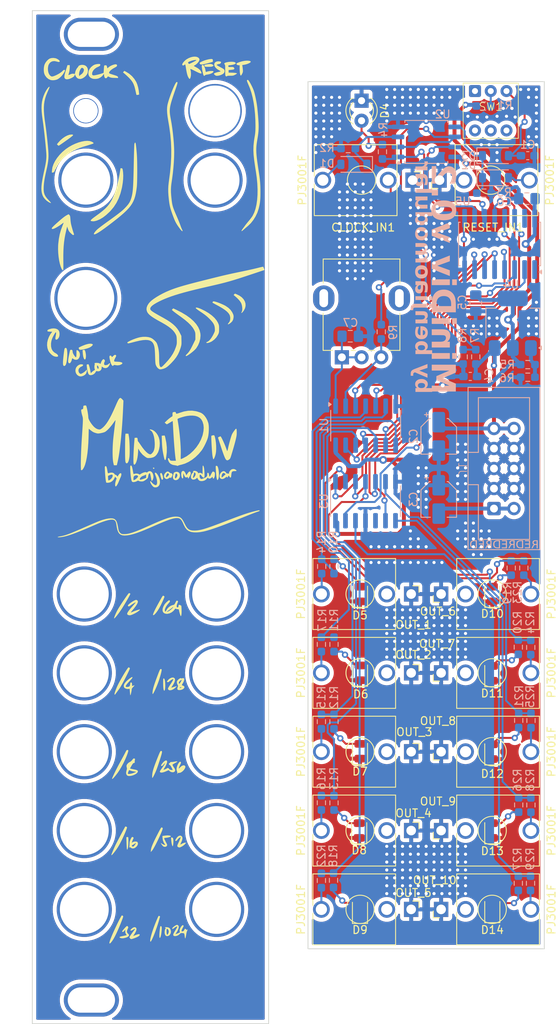
<source format=kicad_pcb>
(kicad_pcb (version 20240108) (generator "pcbnew") (generator_version "8.0")
  (title_block (title "MiniDiv") (rev "0.2") (company "benjiaomodular"))
  (layers (0 "F.Cu" signal) (31 "B.Cu" signal) (34 "B.Paste" user) (35 "F.Paste" user) (36 "B.SilkS" user "B.Silkscreen") (37 "F.SilkS" user "F.Silkscreen") (38 "B.Mask" user) (39 "F.Mask" user) (44 "Edge.Cuts" user))
  (net 0 "")
  (net 1 "+12V")
  (net 2 "GND")
  (net 3 "Net-(D3-A)")
  (net 4 "Net-(D4-A)")
  (net 5 "+10V")
  (net 6 "Net-(D1-A)")
  (net 7 "Net-(C7-Pad1)")
  (net 8 "-12V")
  (net 9 "Net-(D1-K)")
  (net 10 "Net-(D2-A)")
  (net 11 "Net-(D2-K)")
  (net 12 "Net-(D5-A)")
  (net 13 "Net-(D6-A)")
  (net 14 "Net-(D7-A)")
  (net 15 "Net-(D8-A)")
  (net 16 "VREF")
  (net 17 "Net-(D9-A)")
  (net 18 "INT_CLOCK")
  (net 19 "Net-(D10-A)")
  (net 20 "Net-(D11-A)")
  (net 22 "Net-(D12-A)")
  (net 23 "Net-(D13-A)")
  (net 24 "Net-(D14-A)")
  (net 25 "Net-(OUT_1-PadT)")
  (net 26 "Net-(OUT_2-PadT)")
  (net 28 "Net-(OUT_4-PadT)")
  (net 31 "Net-(OUT_8-PadT)")
  (net 34 "Net-(OUT_3-PadT)")
  (net 35 "Net-(OUT_5-PadT)")
  (net 37 "Net-(OUT_6-PadT)")
  (net 39 "Net-(OUT_7-PadT)")
  (net 40 "Net-(SW1A-B)")
  (net 42 "/OUT_2")
  (net 43 "/OUT_4")
  (net 44 "/OUT_8")
  (net 45 "/OUT_16")
  (net 46 "/OUT_32")
  (net 47 "/OUT_64")
  (net 48 "/OUT_128")
  (net 49 "/OUT_256")
  (net 54 "Net-(U5-Q2)")
  (net 55 "Net-(U5-Q3)")
  (net 56 "Net-(U5-Q4)")
  (net 57 "Net-(U5-Q0)")
  (net 58 "Net-(U5-Q1)")
  (net 59 "/RESET")
  (net 60 "/CLOCK")
  (net 61 "Net-(OUT_9-PadT)")
  (net 62 "Net-(U5-Q5)")
  (net 63 "Net-(U5-Q7)")
  (net 65 "Net-(U5-Q6)")
  (net 66 "Net-(OUT_10-PadT)")
  (net 69 "Net-(U4-ADJ)")
  (net 70 "Net-(R9-Pad2)")
  (net 72 "Net-(U5-Q9)")
  (net 73 "/OUT_512")
  (net 74 "Net-(U5-Q8)")
  (net 75 "/OUT_1024")
  (footprint "benjiaomodular:PanelHole_AudioJack_3.5mm" (layer "F.Cu") (at 71.9 144 90)
    (property "Reference" "REF**")
    (property "Value" "PanelHole_AudioJack_3.5mm")
  )
  (footprint "benjiaomodular:AudioJack_3.5mm" (layer "F.Cu") (at 103.1 144 -90)
    (property "Reference" "OUT_4")
    (property "Value" "PJ3001F")
  )
  (footprint "benjiaomodular:AudioJack_3.5mm" (layer "F.Cu") (at 103.1 134 -90)
    (property "Reference" "OUT_3")
    (property "Value" "PJ3001F")
  )
  (footprint "benjiaomodular:PanelHole_AudioJack_3.5mm" (layer "F.Cu") (at 71.9 124 90)
    (property "Reference" "REF**")
    (property "Value" "PanelHole_AudioJack_3.5mm")
  )
  (footprint "benjiaomodular:Button_KFC7x7" (layer "F.Cu") (at 113.2 52.7)
    (property "Reference" "SW1")
    (property "Value" "SW_DPDT_x2")
  )
  (footprint "LED_SMD:LED_0805_2012Metric" (layer "F.Cu") (at 113.4 134 90)
    (property "Reference" "D12")
    (property "Value" "LED")
  )
  (footprint "benjiaomodular:AudioJack_3.5mm" (layer "F.Cu") (at 106.9 154 90)
    (property "Reference" "OUT_10")
    (property "Value" "PJ3001F")
  )
  (footprint "LED_SMD:LED_0805_2012Metric" (layer "F.Cu") (at 113.4 114 90)
    (property "Reference" "D10")
    (property "Value" "LED")
  )
  (footprint "benjiaomodular:PanelHole_AudioJack_3.5mm" (layer "F.Cu") (at 71.9 114 90)
    (property "Reference" "REF**")
    (property "Value" "PanelHole_AudioJack_3.5mm")
  )
  (footprint "LED_THT:LED_D3.0mm" (layer "F.Cu") (at 96.8 51.425 -90)
    (property "Reference" "D4")
    (property "Value" "LED")
  )
  (footprint "LED_SMD:LED_0805_2012Metric" (layer "F.Cu") (at 96.6 154.1 90)
    (property "Reference" "D9")
    (property "Value" "LED")
  )
  (footprint "benjiaomodular:AudioJack_3.5mm" (layer "F.Cu") (at 103.1 124 -90)
    (property "Reference" "OUT_2")
    (property "Value" "PJ3001F")
  )
  (footprint "LED_SMD:LED_0805_2012Metric" (layer "F.Cu") (at 113.4 124.0625 90)
    (property "Reference" "D11")
    (property "Value" "LED")
  )
  (footprint "LED_SMD:LED_0805_2012Metric" (layer "F.Cu") (at 113.4 154 90)
    (property "Reference" "D14")
    (property "Value" "LED")
  )
  (footprint "benjiaomodular:AudioJack_3.5mm" (layer "F.Cu") (at 106.9 124 90)
    (property "Reference" "OUT_7")
    (property "Value" "PJ3001F")
  )
  (footprint "benjiaomodular:AudioJack_3.5mm" (layer "F.Cu") (at 106.9 114 90)
    (property "Reference" "OUT_6")
    (property "Value" "PJ3001F")
  )
  (footprint "benjiaomodular:PanelHole_AudioJack_3.5mm" (layer "F.Cu") (at 68.1 154 -90)
    (property "Reference" "REF**")
    (property "Value" "PanelHole_AudioJack_3.5mm")
  )
  (footprint "benjiaomodular:PanelHole_AudioJack_3.5mm" (layer "F.Cu") (at 71.7 61.5 90)
    (property "Reference" "REF**")
    (property "Value" "PanelHole_AudioJack_3.5mm")
  )
  (footprint "LOGO" (layer "F.Cu") (at 70 104.6)
    (property "Reference" "G***" (hide yes))
    (property "Value" "LOGO" (hide yes))
  )
  (footprint "benjiaomodular:PanelHole_Potentiometer_RV09" (layer "F.Cu") (at 59.3 84 90)
    (property "Reference" "REF**" (hide yes))
    (property "Value" "PanelHole_Potentiometer_RV09" (hide yes))
  )
  (footprint "benjiaomodular:PanelHole_AudioJack_3.5mm" (layer "F.Cu") (at 71.9 134 90)
    (property "Reference" "REF**")
    (property "Value" "PanelHole_AudioJack_3.5mm")
  )
  (footprint "LED_SMD:LED_0805_2012Metric" (layer "F.Cu") (at 113.4 144 90)
    (property "Reference" "D13")
    (property "Value" "LED")
  )
  (footprint "benjiaomodular:AudioJack_3.5mm" (layer "F.Cu") (at 103.28 61.5 -90)
    (property "Reference" "CLOCK_IN1")
    (property "Value" "PJ3001F")
  )
  (footprint "benjiaomodular:AudioJack_3.5mm" (layer "F.Cu") (at 106.7 61.5 90)
    (property "Reference" "RESET_IN1")
    (property "Value" "PJ3001F")
  )
  (footprint "benjiaomodular:PanelHole_AudioJack_3.5mm" (layer "F.Cu") (at 68.1 134 -90)
    (property "Reference" "REF**")
    (property "Value" "PanelHole_AudioJack_3.5mm")
  )
  (footprint "benjiaomodular:AudioJack_3.5mm" (layer "F.Cu") (at 106.9 134 90)
    (property "Reference" "OUT_8")
    (property "Value" "PJ3001F")
  )
  (footprint "LED_SMD:LED_0805_2012Metric" (layer "F.Cu") (at 96.6 133.9375 90)
    (property "Reference" "D7")
    (property "Value" "LED")
  )
  (footprint "LED_SMD:LED_0805_2012Metric" (layer "F.Cu") (at 96.5 144 90)
    (property "Reference" "D8")
    (property "Value" "LED")
  )
  (footprint "benjiaomodular:PanelHole_AudioJack_3.5mm" (layer "F.Cu") (at 71.9 154 90)
    (property "Reference" "REF**")
    (property "Value" "PanelHole_AudioJack_3.5mm")
  )
  (footprint "LED_SMD:LED_0805_2012Metric" (layer "F.Cu") (at 96.6 124 90)
    (property "Reference" "D6")
    (property "Value" "LED")
  )
  (footprint "benjiaomodular:PanelHole_AudioJack_3.5mm" (layer "F.Cu") (at 68.3 61.5 -90)
    (property "Reference" "REF**")
    (property "Value" "PanelHole_AudioJack_3.5mm")
  )
  (footprint "benjiaomodular:AudioJack_3.5mm" (layer "F.Cu") (at 103.1 154 -90)
    (property "Reference" "OUT_5")
    (property "Value" "PJ3001F")
  )
  (footprint "benjiaomodular:Panel_6HP" (layer "F.Cu") (at 55 40)
    (property "Reference" "REF**")
    (property "Value" "Panel_6HP")
  )
  (footprint "benjiaomodular:Potentiometer_RV09" (layer "F.Cu") (at 94.3 83.975 90)
    (property "Reference" "RV1" (hide yes))
    (property "Value" "B100k")
  )
  (footprint "benjiaomodular:PanelHole_AudioJack_3.5mm" (layer "F.Cu") (at 68.1 144 -90)
    (property "Reference" "REF**")
    (property "Value" "PanelHole_AudioJack_3.5mm")
  )
  (footprint "benjiaomodular:PanelHole_AudioJack_3.5mm" (layer "F.Cu") (at 68.1 124 -90)
    (property "Reference" "REF**")
    (property "Value" "PanelHole_AudioJack_3.5mm")
  )
  (footprint "benjiaomodular:AudioJack_3.5mm" (layer "F.Cu") (at 106.9 144 90)
    (property "Reference" "OUT_9")
    (property "Value" "PJ3001F")
  )
  (footprint "benjiaomodular:AudioJack_3.5mm" (layer "F.Cu") (at 103.1 114 -90)
    (property "Reference" "OUT_1")
    (property "Value" "PJ3001F")
  )
  (footprint "benjiaomodular:PanelHole_AudioJack_3.5mm" (layer "F.Cu") (at 68.1 114 -90)
    (property "Reference" "REF**")
    (property "Value" "PanelHole_AudioJack_3.5mm")
  )
  (footprint "LED_SMD:LED_0805_2012Metric" (layer "F.Cu") (at 96.6 114 90)
    (property "Reference" "D5")
    (property "Value" "LED")
  )
  (footprint "Resistor_SMD:R_0603_1608Metric_Pad0.98x0.95mm_HandSolder" (layer "B.Cu") (at 91.7 150.3375 90)
    (property "Reference" "R22")
    (property "Value" "1k")
  )
  (footprint "Capacitor_SMD:C_0805_2012Metric_Pad1.18x1.45mm_HandSolder" (layer "B.Cu") (at 111.3 77.1 -90)
    (property "Reference" "C5")
    (property "Value" "10uF")
  )
  (footprint "Capacitor_SMD:C_0603_1608Metric_Pad1.08x0.95mm_HandSolder" (layer "B.Cu") (at 110.6 86.4 180)
    (property "Reference" "C4")
    (property "Value" "100nF")
  )
  (footprint "Resistor_SMD:R_0603_1608Metric_Pad0.98x0.95mm_HandSolder" (layer "B.Cu") (at 91.7 120.3875 90)
    (property "Reference" "R17")
    (property "Value" "1k")
  )
  (footprint "Diode_SMD:D_SOD-123" (layer "B.Cu") (at 113.8 58.4)
    (property "Reference" "D3")
    (property "Value" "1N4148")
  )
  (footprint "benjiaomodular:Header_IDC2x05_NoArrow" (layer "B.Cu") (at 113.61 103.16)
    (property "Reference" "J1")
    (property "Value" "Conn_01x10_Pin")
  )
  (footprint "Resistor_SMD:R_0603_1608Metric_Pad0.98x0.95mm_HandSolder" (layer "B.Cu") (at 109.7 83.9125 90)
    (property "Reference" "R8")
    (property "Value" "33k")
  )
  (footprint "Resistor_SMD:R_0603_1608Metric_Pad0.98x0.95mm_HandSolder" (layer "B.Cu") (at 99.3 80.7375 -90)
    (property "Reference" "R9")
    (property "Value" "1k")
  )
  (footprint "Capacitor_SMD:CP_Elec_4x3.9" (layer "B.Cu") (at 106.6 94 -90)
    (property "Reference" "C2")
    (property "Value" "22uF")
  )
  (footprint "Resistor_SMD:R_0603_1608Metric_Pad0.98x0.95mm_HandSolder" (layer "B.Cu") (at 95.1 57.5)
    (property "Reference" "R2")
    (property "Value" "100k")
  )
  (footprint "Resistor_SMD:R_0603_1608Metric_Pad0.98x0.95mm_HandSolder" (layer "B.Cu") (at 99.45 57.9 90)
    (property "Reference" "R4")
    (property "Value" "10k")
  )
  (footprint "Resistor_SMD:R_0603_1608Metric_Pad0.98x0.95mm_HandSolder" (layer "B.Cu") (at 118.31 130.0425 90)
    (property "Reference" "R25")
    (property "Value" "1k")
  )
  (footprint "Resistor_SMD:R_0603_1608Metric_Pad0.98x0.95mm_HandSolder" (layer "B.Cu") (at 91.7 130.1875 90)
    (property "Reference" "R15")
    (property "Value" "1k")
  )
  (footprint "Resistor_SMD:R_0603_1608Metric_Pad0.98x0.95mm_HandSolder" (layer "B.Cu") (at 93.3 140.4875 -90)
    (property "Reference" "R13")
    (property "Value" "4.7k")
  )
  (footprint "Resistor_SMD:R_0603_1608Metric_Pad0.98x0.95mm_HandSolder" (layer "B.Cu") (at 93.24 150.3125 -90)
    (property "Reference" "R18")
    (property "Value" "4.7k")
  )
  (footprint "Capacitor_SMD:CP_Elec_4x3.9" (layer "B.Cu") (at 106.6 102 -90)
    (property "Reference" "C3")
    (property "Value" "22uF")
  )
  (footprint "Diode_SMD:D_SOD-123" (layer "B.Cu") (at 113.8 61.2)
    (property "Reference" "D2")
    (property "Value" "1N4148")
  )
  (footprint "Resistor_SMD:R_0603_1608Metric_Pad0.98x0.95mm_HandSolder" (layer "B.Cu") (at 112.35 63.15 180)
    (property "Reference" "R3")
    (property "Value" "100k")
  )
  (footprint "Resistor_SMD:R_0603_1608Metric_Pad0.98x0.95mm_HandSolder" (layer "B.Cu") (at 117.9 86.5 180)
    (property "Reference" "R6")
    (property "Value" "3.3k")
  )
  (footprint "Capacitor_SMD:C_0603_1608Metric_Pad1.08x0.95mm_HandSolder" (layer "B.Cu") (at 117.9 58.4)
    (property "Reference" "C1")
    (property "Value" "100nF")
  )
  (footprint "Resistor_SMD:R_0603_1608Metric_Pad0.98x0.95mm_HandSolder" (layer "B.Cu") (at 91.74 110.5 90)
    (property "Reference" "R14")
    (property "Value" "1k")
  )
  (footprint "Resistor_SMD:R_0603_1608Metric_Pad0.98x0.95mm_HandSolder" (layer "B.Cu") (at 93.3 130.1875 -90)
    (property "Reference" "R12")
    (property "Value" "4.7k")
  )
  (footprint "Resistor_SMD:R_0603_1608Metric_Pad0.98x0.95mm_HandSolder" (layer "B.Cu") (at 111.3 83.9125 -90)
    (property "Reference" "R7")
    (property "Value" "100k")
  )
  (footprint "Resistor_SMD:R_0603_1608Metric_Pad0.98x0.95mm_HandSolder" (layer "B.Cu") (at 93.3 120.3875 -90)
    (property "Reference" "R11")
    (property "Value" "4.7k")
  )
  (footprint "Package_SO:SOIC-8_5.23x5.23mm_P1.27mm" (layer "B.Cu") (at 105.025 56.655)
    (property "Reference" "U2")
    (property "Value" "LM358")
  )
  (footprint "Resistor_SMD:R_0603_1608Metric_Pad0.98x0.95mm_HandSolder" (layer "B.Cu") (at 118.28 120.775 90)
    (property "Reference" "R24")
    (property "Value" "1k")
  )
  (footprint "Resistor_SMD:R_0603_1608Metric_Pad0.98x0.95mm_HandSolder" (layer "B.Cu") (at 115.8 110.7 -90)
    (property "Reference" "R19")
    (property "Value" "4.7k")
  )
  (footprint "Package_TO_SOT_SMD:SOT-223-3_TabPin2" (layer "B.Cu") (at 116 79.65 90)
    (property "Reference" "U4")
    (property "Value" "LM317_SOT-223")
  )
  (footprint "Resistor_SMD:R_0603_1608Metric_Pad0.98x0.95mm_HandSolder" (layer "B.Cu") (at 93.3 110.5 90)
    (property "Reference" "R10")
    (property "Value" "4.7k")
  )
  (footprint "Capacitor_SMD:C_0805_2012Metric_Pad1.18x1.45mm_HandSolder" (layer "B.Cu") (at 95.3625 81.3)
    (property "Reference" "C7")
    (property "Value" "10uF")
  )
  (footprint "Package_SO:SOIC-14_3.9x8.7mm_P1.27mm" (layer "B.Cu") (at 97.3 102.225 -90)
    (property "Reference" "U3")
    (property "Value" "40106")
  )
  (footprint "Diode_SMD:D_SOD-123" (layer "B.Cu") (at 95.825 59.5 180)
    (property "Reference" "D1")
    (property "Value" "1N4148")
  )
  (footprint "Resistor_SMD:R_0603_1608Metric_Pad0.98x0.95mm_HandSolder" (layer "B.Cu") (at 116.7 120.7375 -90)
    (property "Reference" "R20")
    (property "Value" "4.7k")
  )
  (footprint "Package_SO:SOIC-16W_5.3x10.2mm_P1.27mm" (layer "B.Cu") (at 114.325 69.6 90)
    (property "Reference" "U5")
    (property "Value" "CD4040BNSR")
  )
  (footprint "Resistor_SMD:R_0603_1608Metric_Pad0.98x0.95mm_HandSolder" (layer "B.Cu") (at 117.4 110.7 90)
    (property "Reference" "R23")
    (property "Value" "1k")
  )
  (footprint "Resistor_SMD:R_0603_1608Metric_Pad0.98x0.95mm_HandSolder" (layer "B.Cu") (at 91.7 140.475 90)
    (property "Reference" "R16")
    (property "Value" "1k")
  )
  (footprint "Capacitor_SMD:C_0805_2012Metric_Pad1.18x1.45mm_HandSolder" (layer "B.Cu") (at 117.7875 63.85 180)
    (property "Reference" "C6")
    (property "Value" "4.7uF")
  )
  (footprint "Resistor_SMD:R_0603_1608Metric_Pad0.98x0.95mm_HandSolder" (layer "B.Cu") (at 116.7 150.6875 -90)
    (property "Reference" "R27")
    (property "Value" "4.7k")
  )
  (footprint "Resistor_SMD:R_0603_1608Metric_Pad0.98x0.95mm_HandSolder" (layer "B.Cu") (at 112.3 52.1)
    (property "Reference" "R1")
    (property "Value" "10k")
  )
  (footprint "Resistor_SMD:R_0603_1608Metric_Pad0.98x0.95mm_HandSolder" (layer "B.Cu") (at 118.3 140.7625 90)
    (property "Reference" "R28")
    (property "Value" "1k")
  )
  (footprint "Resistor_SMD:R_0603_1608Metric_Pad0.98x0.95mm_HandSolder" (layer "B.Cu") (at 116.75 140.75 -90)
    (property "Reference" "R26")
    (property "Value" "4.7k")
  )
  (footprint "Resistor_SMD:R_0603_1608Metric_Pad0.98x0.95mm_HandSolder" (layer "B.Cu") (at 116.75 130.03 -90)
    (property "Reference" "R21")
    (property "Value" "4.7k")
  )
  (footprint "Resistor_SMD:R_0603_1608Metric_Pad0.98x0.95mm_HandSolder" (layer "B.Cu") (at 118.25 150.6875 90)
    (property "Reference" "R29")
    (property "Value" "1k")
  )
  (footprint "Package_SO:SOIC-14_3.9x8.7mm_P1.27mm" (layer "B.Cu") (at 97.32 92.645 -90)
    (property "Reference" "U1")
    (property "Value" "40106")
  )
  (footprint "Resistor_SMD:R_0603_1608Metric_Pad0.98x0.95mm_HandSolder" (layer "B.Cu") (at 117.9 84.9)
    (property "Reference" "R5")
    (property "Value" "470")
  )
  (gr_rect (start 90 49) (end 120 159) (stroke (width 0.1)) (fill none) (layer "Edge.Cuts"))
  (gr_rect (start 55 40) (end 85 168.5) (stroke (width 0.1)) (fill none) (layer "Edge.Cuts"))
  (gr_text "REDREDRED" (at 119.3 108.37 0) (layer "B.SilkS") (effects (font (size 1 1)) (justify left bottom mirror)))
  (gr_text "MiniDiv v0.2" (at 105.2 88.7 270) (layer "B.SilkS") (effects (font (size 3 3) (thickness 0.6) (bold yes)) (justify left bottom mirror)))
  (gr_text "by benjiaomodular" (at 103.3 88.6 270) (layer "B.SilkS") (effects (font (size 2 2) (thickness 0.4) (bold yes)) (justify left bottom mirror)))
  (via (at 61.8 52.7) (size 3.2) (drill 3) (layers "F.Cu" "B.Cu") (net 0))
  (via (at 78.2 52.7) (size 6.8) (drill 6.4) (layers "F.Cu" "B.Cu") (net 0))
  (segment (start 116.85 77.7) (end 116.85 80.15) (width 0.5) (layer "F.Cu") (net 1))
  (segment (start 108.6 56.45) (end 110.85 58.7) (width 0.5) (layer "F.Cu") (net 1))
  (segment (start 108.6 53.35) (end 108.6 56.45) (width 0.5) (layer "F.Cu") (net 1))
  (segment (start 113.61 83.39) (end 113.61 85.01) (width 0.5) (layer "F.Cu") (net 1))
  (segment (start 116.85 80.15) (end 113.61 83.39) (width 0.5) (layer "F.Cu") (net 1))
  (segment (start 112.1 58.7) (end 119.1 65.7) (width 0.5) (layer "F.Cu") (net 1))
  (segment (start 119.1 65.7) (end 119.1 75.45) (width 0.5) (layer "F.Cu") (net 1))
  (segment (start 110 51.95) (end 108.6 53.35) (width 0.5) (layer "F.Cu") (net 1))
  (segment (start 110.85 58.7) (end 112.1 58.7) (width 0.5) (layer "F.Cu") (net 1))
  (segment (start 119.1 75.45) (end 116.85 77.7) (width 0.5) (layer "F.Cu") (net 1))
  (segment (start 113.61 85.01) (end 113.61 93) (width 0.5) (layer "F.Cu") (net 1))
  (via (at 113.61 85.01) (size 0.8) (drill 0.4) (layers "F.Cu" "B.Cu") (net 1))
  (via (at 110 51.95) (size 0.8) (drill 0.4) (layers "F.Cu" "B.Cu") (net 1))
  (segment (start 106.6 92.2) (end 107.4 93) (width 0.5) (layer "B.Cu") (net 1))
  (segment (start 111.675 84.825) (end 113.7 82.8) (width 0.5) (layer "B.Cu") (net 1))
  (segment (start 110 51.95) (end 111.2375 51.95) (width 0.5) (layer "B.Cu") (net 1))
  (segment (start 113.7 84.92) (end 113.7 82.8) (width 0.5) (layer "B.Cu") (net 1))
  (segment (start 116.15 93) (end 113.61 93) (width 0.5) (layer "B.Cu") (net 1))
  (segment (start 111.3 86.2375) (end 111.4625 86.4) (width 0.5) (layer "B.Cu") (net 1))
  (segment (start 107.4 93) (end 113.61 93) (width 0.5) (layer "B.Cu") (net 1))
  (segment (start 113.61 85.01) (end 113.7 84.92) (width 0.5) (layer "B.Cu") (net 1))
  (segment (start 111.3 84.825) (end 111.3 86.2375) (width 0.5) (layer "B.Cu") (net 1))
  (segment (start 111.3 84.825) (end 111.675 84.825) (width 0.5) (layer "B.Cu") (net 1))
  (segment (start 111.2375 51.95) (end 111.3875 52.1) (width 0.5) (layer "B.Cu") (net 1))
  (via (at 100 117) (size 0.8) (drill 0.4) (layers "F.Cu" "B.Cu") (net 2))
  (via (at 103 52) (size 0.8) (drill 0.4) (layers "F.Cu" "B.Cu") (net 2))
  (via (at 111 109) (size 0.8) (drill 0.4) (layers "F.Cu" "B.Cu") (net 2))
  (via (at 108 116) (size 0.8) (drill 0.4) (layers "F.Cu" "B.Cu") (net 2))
  (via (at 116.3 53.5) (size 0.8) (drill 0.4) (layers "F.Cu" "B.Cu") (net 2))
  (via (at 103 118) (size 0.8) (drill 0.4) (layers "F.Cu" "B.Cu") (net 2))
  (via (at 103 119) (size 0.8) (drill 0.4) (layers "F.Cu" "B.Cu") (net 2))
  (via (at 105 70) (size 0.8) (drill 0.4) (layers "F.Cu" "B.Cu") (net 2))
  (via (at 111 105) (size 0.8) (drill 0.4) (layers "F.Cu" "B.Cu") (net 2))
  (via (at 109 151) (size 0.8) (drill 0.4) (layers "F.Cu" "B.Cu") (net 2))
  (via (at 101 119) (size 0.8) (drill 0.4) (layers "F.Cu" "B.Cu") (net 2))
  (via (at 106 121) (size 0.8) (drill 0.4) (layers "F.Cu" "B.Cu") (net 2))
  (via (at 109 149) (size 0.8) (drill 0.4) (layers "F.Cu" "B.Cu") (net 2))
  (via (at 104 116) (size 0.8) (drill 0.4) (layers "F.Cu" "B.Cu") (net 2))
  (via (at 118 56) (size 0.8) (drill 0.4) (layers "F.Cu" "B.Cu") (net 2))
  (via (at 119 55) (size 0.8) (drill 0.4) (layers "F.Cu" "B.Cu") (net 2))
  (via (at 104 65) (size 0.8) (drill 0.4) (layers "F.Cu" "B.Cu") (net 2))
  (via (at 113 69) (size 0.8) (drill 0.4) (layers "F.Cu" "B.Cu") (net 2))
  (via (at 109 147) (size 0.8) (drill 0.4) (layers "F.Cu" "B.Cu") (net 2))
  (via (at 114 69) (size 0.8) (drill 0.4) (layers "F.Cu" "B.Cu") (net 2))
  (via (at 102 52) (size 0.8) (drill 0.4) (layers "F.Cu" "B.Cu") (net 2))
  (via (at 102 119) (size 0.8) (drill 0.4) (layers "F.Cu" "B.Cu") (net 2))
  (via (at 100 53) (size 0.8) (drill 0.4) (layers "F.Cu" "B.Cu") (net 2))
  (via (at 107 52) (size 0.8) (drill 0.4) (layers "F.Cu" "B.Cu") (net 2))
  (via (at 112 106) (size 0.8) (drill 0.4) (layers "F.Cu" "B.Cu") (net 2))
  (via (at 114.8 52.4) (size 0.8) (drill 0.4) (layers "F.Cu" "B.Cu") (net 2))
  (via (at 104.964016 119.988253) (size 0.8) (drill 0.4) (layers "F.Cu" "B.Cu") (net 2))
  (via (at 91 52) (size 0.8) (drill 0.4) (layers "F.Cu" "B.Cu") (net 2))
  (via (at 107 121) (size 0.8) (drill 0.4) (layers "F.Cu" "B.Cu") (net 2))
  (via (at 97 74) (size 0.8) (drill 0.4) (layers "F.Cu" "B.Cu") (net 2))
  (via (at 104 148) (size 0.8) (drill 0.4) (layers "F.Cu" "B.Cu") (net 2))
  (via (at 98 71) (size 0.8) (drill 0.4) (layers "F.Cu" "B.Cu") (net 2))
  (via (at 96 64) (size 0.8) (drill 0.4) (layers "F.Cu" "B.Cu") (net 2))
  (via (at 106 117) (size 0.8) (drill 0.4) (layers "F.Cu" "B.Cu") (net 2))
  (via (at 105 66) (size 0.8) (drill 0.4) (layers "F.Cu" "B.Cu") (net 2))
  (via (at 106 150) (size 0.8) (drill 0.4) (layers "F.Cu" "B.Cu") (net 2))
  (via (at 118 81) (size 0.8) (drill 0.4) (layers "F.Cu" "B.Cu") (net 2))
  (via (at 103 146) (size 0.8) (drill 0.4) (layers "F.Cu" "B.Cu") (net 2))
  (via (at 102 53) (size 0.8) (drill 0.4) (layers "F.Cu" "B.Cu") (net 2))
  (via (at 95 73) (size 0.8) (drill 0.4) (layers "F.Cu" "B.Cu") (net 2))
  (via (at 104.964016 116.988253) (size 0.8) (drill 0.4) (layers "F.Cu" "B.Cu") (net 2))
  (via (at 104 51) (size 0.8) (drill 0.4) (layers "F.Cu" "B.Cu") (net 2))
  (via (at 102 120) (size 0.8) (drill 0.4) (layers "F.Cu" "B.Cu") (net 2))
  (via (at 108 51) (size 0.8) (drill 0.4) (layers "F.Cu" "B.Cu") (net 2))
  (via (at 107 67) (size 0.8) (drill 0.4) (layers "F.Cu" "B.Cu") (net 2))
  (via (at 91 55) (size 0.8) (drill 0.4) (layers "F.Cu" "B.Cu") (net 2))
  (via (at 106 151) (size 0.8) (drill 0.4) (layers "F.Cu" "B.Cu") (net 2))
  (via (at 106 73) (size 0.8) (drill 0.4) (layers "F.Cu" "B.Cu") (net 2))
  (via (at 95 66) (size 0.8) (drill 0.4) (layers "F.Cu" "B.Cu") (net 2))
  (via (at 110 102) (size 0.8) (drill 0.4) (layers "F.Cu" "B.Cu") (net 2))
  (via (at 110 117) (size 0.8) (drill 0.4) (layers "F.Cu" "B.Cu") (net 2))
  (via (at 104 68) (size 0.8) (drill 0.4) (layers "F.Cu" "B.Cu") (net 2))
  (via (at 119 57) (size 0.8) (drill 0.4) (layers "F.Cu" "B.Cu") (net 2))
  (via (at 102 149) (size 0.8) (drill 0.4) (layers "F.Cu" "B.Cu") (net 2))
  (via (at 94 52) (size 0.8) (drill 0.4) (layers "F.Cu" "B.Cu") (net 2))
  (via (at 101 150) (size 0.8) (drill 0.4) (layers "F.Cu" "B.Cu") (net 2))
  (via (at 94 69) (size 0.8) (drill 0.4) (layers "F.Cu" "B.Cu") (net 2))
  (via (at 103 116) (size 0.8) (drill 0.4) (layers "F.Cu" "B.Cu") (net 2))
  (via (at 98 63) (size 0.8) (drill 0.4) (layers "F.Cu" "B.Cu") (net 2))
  (via (at 98 64) (size 0.8) (drill 0.4) (layers "F.Cu" "B.Cu") (net 2))
  (via (at 109 121) (size 0.8) (drill 0.4) (layers "F.Cu" "B.Cu") (net 2))
  (via (at 104.964016 117.988253) (size 0.8) (drill 0.4) (layers "F.Cu" "B.Cu") (net 2))
  (via (at 106 122) (size 0.8) (drill 0.4) (layers "F.Cu" "B.Cu") (net 2))
  (via (at 119 51) (size 0.8) (drill 0.4) (layers "F.Cu" "B.Cu") (net 2))
  (via (at 113 80) (size 0.8) (drill 0.4) (layers "F.Cu" "B.Cu") (net 2))
  (via (at 95 72) (size 0.8) (drill 0.4) (layers "F.Cu" "B.Cu") (net 2))
  (via (at 109 99) (size 0.8) (drill 0.4) (layers "F.Cu" "B.Cu") (net 2))
  (via (at 108 149) (size 0.8) (drill 0.4) (layers "F.Cu" "B.Cu") (net 2))
  (via (at 104 110) (size 0.8) (drill 0.4) (layers "F.Cu" "B.Cu") (net 2))
  (via (at 107 119) (size 0.8) (drill 0.4) (layers "F.Cu" "B.Cu") (net 2))
  (via (at 100 54) (size 0.8) (drill 0.4) (layers "F.Cu" "B.Cu") (net 2))
  (via (at 110 107) (size 0.8) (drill 0.4) (layers "F.Cu" "B.Cu") (net 2))
  (via (at 94 51) (size 0.8) (drill 0.4) (layers "F.Cu" "B.Cu") (net 2))
  (via (at 97 73) (size 0.8) (drill 0.4) (layers "F.Cu" "B.Cu") (net 2))
  (via (at 110 101) (size 0.8) (drill 0.4) (layers "F.Cu" "B.Cu") (net 2))
  (via (at 107 53) (size 0.8) (drill 0.4) (layers "F.Cu" "B.Cu") (net 2))
  (via (at 100 149) (size 0.8) (drill 0.4) (layers "F.Cu" "B.Cu") (net 2))
  (via (at 101 122) (size 0.8) (drill 0.4) (layers "F.Cu" "B.Cu") (net 2))
  (via (at 114 53.4) (size 0.8) (drill 0.4) (layers "F.Cu" "B.Cu") (net 2))
  (via (at 109 98) (size 0.8) (drill 0.4) (layers "F.Cu" "B.Cu") (net 2))
  (via (at 113 57) (size 0.8) (drill 0.4) (layers "F.Cu" "B.Cu") (net 2))
  (via (at 107.5 59.5) (size 0.8) (drill 0.4) (layers "F.Cu" "B.Cu") (net 2))
  (via (at 109 106) (size 0.8) (drill 0.4) (layers "F.Cu" "B.Cu") (net 2))
  (via (at 104 151) (size 0.8) (drill 0.4) (layers "F.Cu" "B.Cu") (net 2))
  (via (at 104 150) (size 0.8) (drill 0.4) (layers "F.Cu" "B.Cu") (net 2))
  (via (at 104 108) (size 0.8) (drill 0.4) (layers "F.Cu" "B.Cu") (net 2))
  (via (at 110 98) (size 0.8) (drill 0.4) (layers "F.Cu" "B.Cu") (net 2))
  (via (at 100 52) (size 0.8) (drill 0.4) (layers "F.Cu" "B.Cu") (net 2))
  (via (at 94 65) (size 0.8) (drill 0.4) (layers "F.Cu" "B.Cu") (net 2))
  (via (at 107 50) (size 0.8) (drill 0.4) (layers "F.Cu" "B.Cu") (net 2))
  (via (at 110 99) (size 0.8) (drill 0.4) (layers "F.Cu" "B.Cu") (net 2))
  (via (at 96 72) (size 0.8) (drill 0.4) (layers "F.Cu" "B.Cu") (net 2))
  (via (at 106 68) (size 0.8) (drill 0.4) (layers "F.Cu" "B.Cu") (net 2))
  (via (at 94 67) (size 0.8) (drill 0.4) (layers "F.Cu" "B.Cu") (net 2))
  (via (at 92 57) (size 0.8) (drill 0.4) (layers "F.Cu" "B.Cu") (net 2))
  (via (at 105 110) (size 0.8) (drill 0.4) (layers "F.Cu" "B.Cu") (net 2))
  (via (at 107 110) (size 0.8) (drill 0.4) (layers "F.Cu" "B.Cu") (net 2))
  (via (at 106 152) (size 0.8) (drill 0.4) (layers "F.Cu" "B.Cu") (net 2))
  (via (at 104 149) (size 0.8) (drill 0.4) (layers "F.Cu" "B.Cu") (net 2))
  (via (at 102 108) (size 0.8) (drill 0.4) (layers "F.Cu" "B.Cu") (net 2))
  (via (at 112 107) (size 0.8) (drill 0.4) (layers "F.Cu" "B.Cu") (net 2))
  (via (at 95 67) (size 0.8) (drill 0.4) (layers "F.Cu" "B.Cu") (net 2))
  (via (at 100 122) (size 0.8) (drill 0.4) (layers "F.Cu" "B.Cu") (net 2))
  (via (at 106.5 59.5) (size 0.8) (drill 0.4) (layers "F.Cu" "B.Cu") (net 2))
  (via (at 96 71) (size 0.8) (drill 0.4) (layers "F.Cu" "B.Cu") (net 2))
  (via (at 104 100) (size 0.8) (drill 0.4) (layers "F.Cu" "B.Cu") (net 2))
  (via (at 106 116) (size 0.8) (drill 0.4) (layers "F.Cu" "B.Cu") (net 2))
  (via (at 108 152) (size 0.8) (drill 0.4) (layers "F.Cu" "B.Cu") (net 2))
  (via (at 110 96) (size 0.8) (drill 0.4) (layers "F.Cu" "B.Cu") (net 2))
  (via (at 110 146) (size 0.8) (drill 0.4) (layers "F.Cu" "B.Cu") (net 2))
  (via (at 100 148) (size 0.8) (drill 0.4) (layers "F.Cu" "B.Cu") (net 2))
  (via (at 108 120) (size 0.8) (drill 0.4) (layers "F.Cu" "B.Cu") (net 2))
  (via (at 110 118) (size 0.8) (drill 0.4) (layers "F.Cu" "B.Cu") (net 2))
  (via (at 107 117) (size 0.8) (drill 0.4) (layers "F.Cu" "B.Cu") (net 2))
  (via (at 94 70) (size 0.8) (drill 0.4) (layers "F.Cu" "B.Cu") (net 2))
  (via (at 96 73) (size 0.8) (drill 0.4) (layers "F.Cu" "B.Cu") (net 2))
  (via (at 110 151) (size 0.8) (drill 0.4) (layers "F.Cu" "B.Cu") (net 2))
  (via (at 104.964016 118.988253) (size 0.8) (drill 0.4) (layers "F.Cu" "B.Cu") (net 2))
  (via (at 104 146) (size 0.8) (drill 0.4) (layers "F.Cu" "B.Cu") (net 2))
  (via (at 100 150) (size 0.8) (drill 0.4) (layers "F.Cu" "B.Cu") (net 2))
  (via (at 105 146) (size 0.8) (drill 0.4) (layers "F.Cu" "B.Cu") (net 2))
  (via (at 109 120) (size 0.8) (drill 0.4) (layers "F.Cu" "B.Cu") (net 2))
  (via (at 101 53) (size 0.8) (drill 0.4) (layers "F.Cu" "B.Cu") (net 2))
  (via (at 109 150) (size 0.8) (drill 0.4) (layers "F.Cu" "B.Cu") (net 2))
  (via (at 108 122) (size 0.8) (drill 0.4) (layers "F.Cu" "B.Cu") (net 2))
  (via (at 109 118) (size 0.8) (drill 0.4) (layers "F.Cu" "B.Cu") (net 2))
  (via (at 101 149) (size 0.8) (drill 0.4) (layers "F.Cu" "B.Cu") (net 2))
  (via (at 97 64) (size 0.8) (drill 0.4) (layers "F.Cu" "B.Cu") (net 2))
  (via (at 108 67) (size 0.8) (drill 0.4) (layers "F.Cu" "B.Cu") (net 2))
  (via (at 95 65) (size 0.8) (drill 0.4) (layers "F.Cu" "B.Cu") (net 2))
  (via (at 101 146) (size 0.8) (drill 0.4) (layers "F.Cu" "B.Cu") (net 2))
  (via (at 109 102) (size 0.8) (drill 0.4) (layers "F.Cu" "B.Cu") (net 2))
  (via (at 91 56) (size 0.8) (drill 0.4) (layers "F.Cu" "B.Cu") (net 2))
  (via (at 106 120) (size 0.8) (drill 0.4) (layers "F.Cu" "B.Cu") (net 2))
  (via (at 94 72) (size 0.8) (drill 0.4) (layers "F.Cu" "B.Cu") (net 2))
  (via (at 101 147) (size 0.8) (drill 0.4) (layers "F.Cu" "B.Cu") (net 2))
  (via (at 106 53) (size 0.8) (drill 0.4) (layers "F.Cu" "B.Cu") (net 2))
  (via (at 103 108) (size 0.8) (drill 0.4) (layers "F.Cu" "B.Cu") (net 2))
  (via (at 103 152) (size 0.8) (drill 0.4) (layers "F.Cu" "B.Cu") (net 2))
  (via (at 97 66) (size 0.8) (drill 0.4) (layers "F.Cu" "B.Cu") (net 2))
  (via (at 113 106) (size 0.8) (drill 0.4) (layers "F.Cu" "B.Cu") (net 2))
  (via (at 97 71) (size 0.8) (drill 0.4) (layers "F.Cu" "B.Cu") (net 2))
  (via (at 91 54) (size 0.8) (drill 0.4) (layers "F.Cu" "B.Cu") (net 2))
  (via (at 110 105) (size 0.8) (drill 0.4) (layers "F.Cu" "B.Cu") (net 2))
  (via (at 94 68) (size 0.8) (drill 0.4) (layers "F.Cu" "B.Cu") (net 2))
  (via (at 92 54) (size 0.8) (drill 0.4) (layers "F.Cu" "B.Cu") (net 2))
  (via (at 103 53) (size 0.8) (drill 0.4) (layers "F.Cu" "B.Cu") (net 2))
  (via (at 93 56) (size 0.8) (drill 0.4) (layers "F.Cu" "B.Cu") (net 2))
  (via (at 98 72) (size 0.8) (drill 0.4) (layers "F.Cu" "B.Cu") (net 2))
  (via (at 106 72) (size 0.8) (drill 0.4) (layers "F.Cu" "B.Cu") (net 2))
  (via (at 105 99) (size 0.8) (drill 0.4) (layers "F.Cu" "B.Cu") (net 2))
  (via (at 105 150) (size 0.8) (drill 0.4) (layers "F.Cu" "B.Cu") (net 2))
  (via (at 105 151) (size 0.8) (drill 0.4) (layers "F.Cu" "B.Cu") (net 2))
  (via (at 119 52) (size 0.8) (drill 0.4) (layers "F.Cu" "B.Cu") (net 2))
  (via (at 105 69) (size 0.8) (drill 0.4) (layers "F.Cu" "B.Cu") (net 2))
  (via (at 104 122) (size 0.8) (drill 0.4) (layers "F.Cu" "B.Cu") (net 2))
  (via (at 110 120) (size 0.8) (drill 0.4) (layers "F.Cu" "B.Cu") (net 2))
  (via (at 118 51) (size 0.8) (drill 0.4) (layers "F.Cu" "B.Cu") (net 2))
  (via (at 110 95) (size 0.8) (drill 0.4) (layers "F.Cu" "B.Cu") (net 2))
  (via (at 102 117) (size 0.8) (drill 0.4) (layers "F.Cu" "B.Cu") (net 2))
  (via (at 111.5 53.5) (size 0.8) (drill 0.4) (layers "F.Cu" "B.Cu") (net 2))
  (via (at 104 52) (size 0.8) (drill 0.4) (layers "F.Cu" "B.Cu") (net 2))
  (via (at 99 110) (size 0.8) (drill 0.4) (layers "F.Cu" "B.Cu") (net 2))
  (via (at 100 120) (size 0.8) (drill 0.4) (layers "F.Cu" "B.Cu") (net 2))
  (via (at 98 69) (size 0.8) (drill 0.4) (layers "F.Cu" "B.Cu") (net 2))
  (via (at 108 117) (size 0.8) (drill 0.4) (layers "F.Cu" "B.Cu") (net 2))
  (via (at 101 51) (size 0.8) (drill 0.4) (layers "F.Cu" "B.Cu") (net 2))
  (via (at 100 110) (size 0.8) (drill 0.4) (layers "F.Cu" "B.Cu") (net 2))
  (via (at 105 152) (size 0.8) (drill 0.4) (layers "F.Cu" "B.Cu") (net 2))
  (via (at 109 101) (size 0.8) (drill 0.4) (layers "F.Cu" "B.Cu") (net 2))
  (via (at 110 150) (size 0.8) (drill 0.4) (layers "F.Cu" "B.Cu") (net 2))
  (via (at 104 117) (size 0.8) (drill 0.4) (layers "F.Cu" "B.Cu") (net 2))
  (via (at 94 53) (size 0.8) (drill 0.4) (layers "F.Cu" "B.Cu") (net 2))
  (via (at 105 103) (size 0.8) (drill 0.4) (layers "F.Cu" "B.Cu") (net 2))
  (via (at 96 66) (size 0.8) (drill 0.4) (layers "F.Cu" "B.Cu") (net 2))
  (via (at 106 70) (size 0.8) (drill 0.4) (layers "F.Cu" "B.Cu") (net 2))
  (via (at 107 68) (size 0.8) (drill 0.4) (layers "F.Cu" "B.Cu") (net 2))
  (via (at 106 71) (size 0.8) (drill 0.4) (layers "F.Cu" "B.Cu") (net 2))
  (via (at 97 62) (size 0.8) (drill 0.4) (layers "F.Cu" "B.Cu") (net 2))
  (via (at 107 118) (size 0.8) (drill 0.4) (layers "F.Cu" "B.Cu") (net 2))
  (via (at 108 119) (size 0.8) (drill 0.4) (layers "F.Cu" "B.Cu") (net 2))
  (via (at 105 52) (size 0.8) (drill 0.4) (layers "F.Cu" "B.Cu") (net 2))
  (via (at 118 57) (size 0.8) (drill 0.4) (layers "F.Cu" "B.Cu") (net 2))
  (via (at 107 122) (size 0.8) (drill 0.4) (layers "F.Cu" "B.Cu") (net 2))
  (via (at 97 67) (size 0.8) (drill 0.4) (layers "F.Cu" "B.Cu") (net 2))
  (via (at 102 150) (size 0.8) (drill 0.4) (layers "F.Cu" "B.Cu") (net 2))
  (via (at 110 116) (size 0.8) (drill 0.4) (layers "F.Cu" "B.Cu") (net 2))
  (via (at 118 80) (size 0.8) (drill 0.4) (layers "F.Cu" "B.Cu") (net 2))
  (via (at 100 51) (size 0.8) (drill 0.4) (layers "F.Cu" "B.Cu") (net 2))
  (via (at 103 64) (size 0.8) (drill 0.4) (layers "F.Cu" "B.Cu") (net 2))
  (via (at 105 149) (size 0.8) (drill 0.4) (layers "F.Cu" "B.Cu") (net 2))
  (via (at 98 73) (size 0.8) (drill 0.4) (layers "F.Cu" "B.Cu") (net 2))
  (via (at 107 120) (size 0.8) (drill 0.4) (layers "F.Cu" "B.Cu") (net 2))
  (via (at 97 65) (size 0.8) (drill 0.4) (layers "F.Cu" "B.Cu") (net 2))
  (via (at 103 65) (size 0.8) (drill 0.4) (layers "F.Cu" "B.Cu") (net 2))
  (via (at 115.9 52.4) (size 0.8) (drill 0.4) (layers "F.Cu" "B.Cu") (net 2))
  (via (at 92 53) (size 0.8) (drill 0.4) (layers "F.Cu" "B.Cu") (net 2))
  (via (at 105 68) (size 0.8) (drill 0.4) (layers "F.Cu" "B.Cu") (net 2))
  (via (at 95 64) (size 0.8) (drill 0.4) (layers "F.Cu" "B.Cu") (net 2))
  (via (at 113 108) (size 0.8) (drill 0.4) (layers "F.Cu" "B.Cu") (net 2))
  (via (at 109 95) (size 0.8) (drill 0.4) (layers "F.Cu" "B.Cu") (net 2))
  (via (at 105 102) (size 0.8) (drill 0.4) (layers "F.Cu" "B.Cu") (net 2))
  (via (at 102 118) (size 0.8) (drill 0.4) (layers "F.Cu" "B.Cu") (net 2))
  (via (at 96 74) (size 0.8) (drill 0.4) (layers "F.Cu" "B.Cu") (net 2))
  (via (at 106 69) (size 0.8) (drill 0.4) (layers "F.Cu" "B.Cu") (net 2))
  (via (at 97 69) (size 0.8) (drill 0.4) (layers "F.Cu" "B.Cu") (net 2))
  (via (at 104.964016 121.988253) (size 0.8) (drill 0.4) (layers "F.Cu" "B.Cu") (net 2))
  (via (at 104 98) (size 0.8) (drill 0.4) (layers "F.Cu" "B.Cu") (net 2))
  (via (at 119 56) (size 0.8) (drill 0.4) (layers "F.Cu" "B.Cu") (net 2))
  (via (at 100 50) (size 0.8) (drill 0.4) (layers "F.Cu" "B.Cu") (net 2))
  (via (at 119 78) (size 0.8) (drill 0.4) (layers "F.Cu" "B.Cu") (net 2))
  (via (at 100 116) (size 0.8) (drill 0.4) (layers "F.Cu" "B.Cu") (net 2))
  (via (at 93 53) (size 0.8) (drill 0.4) (layers "F.Cu" "B.Cu") (net 2))
  (via (at 108 69) (size 0.8) (drill 0.4) (layers "F.Cu" "B.Cu") (net 2))
  (via (at 108 151) (size 0.8) (drill 0.4) (layers "F.Cu" "B.Cu") (net 2))
  (via (at 109 107) (size 0.8) (drill 0.4) (layers "F.Cu" "B.Cu") (net 2))
  (via (at 103 117) (size 0.8) (drill 0.4) (layers "F.Cu" "B.Cu") (net 2))
  (via (at 112 81) (size 0.8) (drill 0.4) (layers "F.Cu" "B.Cu") (net 2))
  (via (at 108 146) (size 0.8) (drill 0.4) (layers "F.Cu" "B.Cu") (net 2))
  (via (at 95 68) (size 0.8) (drill 0.4) (layers "F.Cu" "B.Cu") (net 2))
  (via (at 107 150) (size 0.8) (drill 0.4) (layers "F.Cu" "B.Cu") (net 2))
  (via (at 93 52) (size 0.8) (drill 0.4) (layers "F.Cu" "B.Cu") (net 2))
  (via (at 93 51) (size 0.8) (drill 0.4) (layers "F.Cu" "B.Cu") (net 2))
  (via (at 104 119) (size 0.8) (drill 0.4) (layers "F.Cu" "B.Cu") (net 2))
  (via (at 92 51) (size 0.8) (drill 0.4) (layers "F.Cu" "B.Cu") (net 2))
  (via (at 114 59) (size 0.8) (drill 0.4) (layers "F.Cu" "B.Cu") (net 2))
  (via (at 109 97) (size 0.8) (drill 0.4) (layers "F.Cu" "B.Cu") (net 2))
  (via (at 110 121) (size 0.8) (drill 0.4) (layers "F.Cu" "B.Cu") (net 2))
  (via (at 99 108) (size 0.8) (drill 0.4) (layers "F.Cu" "B.Cu") (net 2))
  (via (at 104 53) (size 0.8) (drill 0.4) (layers "F.Cu" "B.Cu") (net 2))
  (via (at 104 121) (size 0.8) (drill 0.4) (layers "F.Cu" "B.Cu") (net 2))
  (via (at 104 101) (size 0.8) (drill 0.4) (layers "F.Cu" "B.Cu") (net 2))
  (via (at 106 148) (size 0.8) (drill 0.4) (layers "F.Cu" "B.Cu") (net 2))
  (via (at 103 120) (size 0.8) (drill 0.4) (layers "F.Cu" "B.Cu") (net 2))
  (via (at 94 64) (size 0.8) (drill 0.4) (layers "F.Cu" "B.Cu") (net 2))
  (via (at 105 147) (size 0.8) (drill 0.4) (layers "F.Cu" "B.Cu") (net 2))
  (via (at 98 70) (size 0.8) (drill 0.4) (layers "F.Cu" "B.Cu") (net 2))
  (via (at 101 151) (size 0.8) (drill 0.4) (layers "F.Cu" "B.Cu") (net 2))
  (via (at 107 70) (size 0.8) (drill 0.4) (layers "F.Cu" "B.Cu") (net 2))
  (via (at 105 51) (size 0.8) (drill 0.4) (layers "F.Cu" "B.Cu") (net 2))
  (via (at 103 50) (size 0.8) (drill 0.4) (layers "F.Cu" "B.Cu") (net 2))
  (via (at 105 67) (size 0.8) (drill 0.4) (layers "F.Cu" "B.Cu") (net 2))
  (via (at 111 107) (size 0.8) (drill 0.4) (layers "F.Cu" "B.Cu") (net 2))
  (via (at 110 100) (size 0.8) (drill 0.4) (layers "F.Cu" "B.Cu") (net 2))
  (via (at 91 57) (size 0.8) (drill 0.4) (layers "F.Cu" "B.Cu") (net 2))
  (via (at 104 102) (size 0.8) (drill 0.4) (layers "F.Cu" "B.Cu") (net 2))
  (via (at 104 103) (size 0.8) (drill 0.4) (layers "F.Cu" "B.Cu") (net 2))
  (via (at 110.3 53.4) (size 0.8) (drill 0.4) (layers "F.Cu" "B.Cu") (net 2))
  (via (at 107 51) (size 0.8) (drill 0.4) (layers "F.Cu" "B.Cu") (net 2))
  (via (at 109 100) (size 0.8) (drill 0.4) (layers "F.Cu" "B.Cu") (net 2))
  (via (at 111 108) (size 0.8) (drill 0.4) (layers "F.Cu" "B.Cu") (net 2))
  (via (at 106 52) (size 0.8) (drill 0.4) (layers "F.Cu" "B.Cu") (net 2))
  (via (at 96 69) (size 0.8) (drill 0.4) (layers "F.Cu" "B.Cu") (net 2))
  (via (at 106 110) (size 0.8) (drill 0.4) (layers "F.Cu" "B.Cu") (net 2))
  (via (at 112 108) (size 0.8) (drill 0.4) (layers "F.Cu" "B.Cu") (net 2))
  (via (at 101 148) (size 0.8) (drill 0.4) (layers "F.Cu" "B.Cu") (net 2))
  (via (at 101 50) (size 0.8) (drill 0.4) (layers "F.Cu" "B.Cu") (net 2))
  (via (at 91 58) (size 0.8) (drill 0.4) (layers "F.Cu" "B.Cu") (net 2))
  (via (at 100 146) (size 0.8) (drill 0.4) (layers "F.Cu" "B.Cu") (net 2))
  (via (at 109 116) (size 0.8) (drill 0.4) (layers "F.Cu" "B.Cu") (net 2))
  (via (at 102 51) (size 0.8) (drill 0.4) (layers "F.Cu" "B.Cu") (net 2))
  (via (at 94 71) (size 0.8) (drill 0.4) (layers "F.Cu" "B.Cu") (net 2))
  (via (at 96 62) (size 0.8) (drill 0.4) (layers "F.Cu" "B.Cu") (net 2))
  (via (at 94 55) (size 0.8) (drill 0.4) (layers "F.Cu" "B.Cu") (net 2))
  (via (at 110 80) (size 0.8) (drill 0.4) (layers "F.Cu" "B.Cu") (net 2))
  (via (at 93 55) (size 0.8) (drill 0.4) (layers "F.Cu" "B.Cu") (net 2))
  (via (at 114 79) (size 0.8) (drill 0.4) (layers "F.Cu" "B.Cu") (net 2))
  (via (at 104 66) (size 0.8) (drill 0.4) (layers "F.Cu" "B.Cu") (net 2))
  (via (at 100 121) (size 0.8) (drill 0.4) (layers "F.Cu" "B.Cu") (net 2))
  (via (at 101 120) (size 0.8) (drill 0.4) (layers "F.Cu" "B.Cu") (net 2))
  (via (at 92 56) (size 0.8) (drill 0.4) (layers "F.Cu" "B.Cu") (net 2))
  (via (at 119 80) (size 0.8) (drill 0.4) (layers "F.Cu" "B.Cu") (net 2))
  (via (at 106 50) (size 0.8) (drill 0.4) (layers "F.Cu" "B.Cu") (net 2))
  (via (at 107 151) (size 0.8) (drill 0.4) (layers "F.Cu" "B.Cu") (net 2))
  (via (at 101 152) (size 0.8) (drill 0.4) (layers "F.Cu" "B.Cu") (net 2))
  (via (at 100 108) (size 0.8) (drill 0.4) (layers "F.Cu" "B.Cu") (net 2))
  (via (at 91 53) (size 0.8) (drill 0.4) (layers "F.Cu" "B.Cu") (net 2))
  (via (at 104 50) (size 0.8) (drill 0.4) (layers "F.Cu" "B.Cu") (net 2))
  (via (at 111 106) (size 0.8) (drill 0.4) (layers "F.Cu" "B.Cu") (net 2))
  (via (at 96 70) (size 0.8) (drill 0.4) (layers "F.Cu" "B.Cu") (net 2))
  (via (at 110 147) (size 0.8) (drill 0.4) (layers "F.Cu" "B.Cu") (net 2))
  (via (at 102 110) (size 0.8) (drill 0.4) (layers "F.Cu" "B.Cu") (net 2))
  (via (at 102 116) (size 0.8) (drill 0.4) (layers "F.Cu" "B.Cu") (net 2))
  (via (at 110 148) (size 0.8) (drill 0.4) (layers "F.Cu" "B.Cu") (net 2))
  (via (at 108 150) (size 0.8) (drill 0.4) (layers "F.Cu" "B.Cu") (net 2))
  (via (at 114 58) (size 0.8) (drill 0.4) (layers "F.Cu" "B.Cu") (net 2))
  (via (at 119 50) (size 0.8) (drill 0.4) (layers "F.Cu" "B.Cu") (net 2))
  (via (at 104.964016 120.988253) (size 0.8) (drill 0.4) (layers "F.Cu" "B.Cu") (net 2))
  (via (at 103 148) (size 0.8) (drill 0.4) (layers "F.Cu" "B.Cu") (net 2))
  (via (at 109 117) (size 0.8) (drill 0.4) (layers "F.Cu" "B.Cu") (net 2))
  (via (at 103 107) (size 0.8) (drill 0.4) (layers "F.Cu" "B.Cu") (net 2))
  (via (at 112 109) (size 0.8) (drill 0.4) (layers "F.Cu" "B.Cu") (net 2))
  (via (at 100 152) (size 0.8) (drill 0.4) (layers "F.Cu" "B.Cu") (net 2))
  (via (at 106 146) (size 0.8) (drill 0.4) (layers "F.Cu" "B.Cu") (net 2))
  (via (at 108 68) (size 0.8) (drill 0.4) (layers "F.Cu" "B.Cu") (net 2))
  (via (at 104.964016 115.988253) (size 0.8) (drill 0.4) (layers "F.Cu" "B.Cu") (net 2))
  (via (at 95 70) (size 0.8) (drill 0.4) (layers "F.Cu" "B.Cu") (net 2))
  (via (at 111 69) (size 0.8) (drill 0.4) (layers "F.Cu" "B.Cu") (net 2))
  (via (at 111 80) (size 0.8) (drill 0.4) (layers "F.Cu" "B.Cu") (net 2))
  (via (at 105 54) (size 0.8) (drill 0.4) (layers "F.Cu" "B.Cu") (net 2))
  (via (at 95 74) (size 0.8) (drill 0.4) (layers "F.Cu" "B.Cu") (net 2))
  (via (at 112 57) (size 0.8) (drill 0.4) (layers "F.Cu" "B.Cu") (net 2))
  (via (at 105 100) (size 0.8) (drill 0.4) (layers "F.Cu" "B.Cu") (net 2))
  (via (at 98 65) (size 0.8) (drill 0.4) (layers "F.Cu" "B.Cu") (net 2))
  (via (at 97 68) (size 0.8) (drill 0.4) (layers "F.Cu" "B.Cu") (net 2))
  (via (at 100 119) (size 0.8) (drill 0.4) (layers "F.Cu" "B.Cu") (net 2))
  (via (at 107 152) (size 0.8) (drill 0.4) (layers "F.Cu" "B.Cu") (net 2))
  (via (at 104 120) (size 0.8) (drill 0.4) (layers "F.Cu" "B.Cu") (net 2))
  (via (at 104 67) (size 0.8) (drill 0.4) (layers "F.Cu" "B.Cu") (net 2))
  (via (at 110 119) (size 0.8) (drill 0.4) (layers "F.Cu" "B.Cu") (net 2))
  (via (at 104 99) (size 0.8) (drill 0.4) (layers "F.Cu" "B.Cu") (net 2))
  (via (at 94 73) (size 0.8) (drill 0.4) (layers "F.Cu" "B.Cu") (net 2))
  (via (at 107 147) (size 0.8) (drill 0.4) (layers "F.Cu" "B.Cu") (net 2))
  (via (at 106 67) (size 0.8) (drill 0.4) (layers "F.Cu" "B.Cu") (net 2))
  (via (at 104 107) (size 0.8) (drill 0.4) (layers "F.Cu" "B.Cu") (net 2))
  (via (at 105 98) (size 0.8) (drill 0.4) (layers "F.Cu" "B.Cu") (net 2))
  (via (at 103 66) (size 0.8) (drill 0.4) (layers "F.Cu" "B.Cu") (net 2))
  (via (at 109 148) (size 0.8) (drill 0.4) (layers "F.Cu" "B.Cu") (net 2))
  (via (at 94 63) (size 0.8) (drill 0.4) (layers "F.Cu" "B.Cu") (net 2))
  (via (at 111 81) (size 0.8) (drill 0.4) (layers "F.Cu" "B.Cu") (net 2))
  (via (at 103 51) (size 0.8) (drill 0.4) (layers "F.Cu" "B.Cu") (net 2))
  (via (at 103 67) (size 0.8) (drill 0.4) (layers "F.Cu" "B.Cu") (net 2))
  (via (at 100 151) (size 0.8) (drill 0.4) (layers "F.Cu" "B.Cu") (net 2))
  (via (at 109 122) (size 0.8) (drill 0.4) (layers "F.Cu" "B.Cu") (net 2))
  (via (at 119 53) (size 0.8) (drill 0.4) (layers "F.Cu" "B.Cu") (net 2))
  (via (at 106 118) (size 0.8) (drill 0.4) (layers "F.Cu" "B.Cu") (net 2))
  (via (at 109 152) (size 0.8) (drill 0.4) (layers "F.Cu" "B.Cu") (net 2))
  (via (at 95 69) (size 0.8) (drill 0.4) (layers "F.Cu" "B.Cu") (net 2))
  (via (at 101 52) (size 0.8) (drill 0.4) (layers "F.Cu" "B.Cu") (net 2))
  (via (at 104 118) (size 0.8) (drill 0.4) (layers "F.Cu" "B.Cu") (net 2))
  (via (at 109 96) (size 0.8) (drill 0.4) (layers "F.Cu" "B.Cu") (net 2))
  (via (at 119 79) (size 0.8) (drill 0.4) (layers "F.Cu" "B.Cu") (net 2))
  (via (at 110 108) (size 0.8) (drill 0.4) (layers "F.Cu" "B.Cu") (net 2))
  (via (at 101 108) (size 0.8) (drill 0.4) (layers "F.Cu" "B.Cu") (net 2))
  (via (at 114 81) (size 0.8) (drill 0.4) (layers "F.Cu" "B.Cu") (net 2))
  (via (at 94 54) (size 0.8) (drill 0.4) (layers "F.Cu" "B.Cu") (net 2))
  (via (at 96 63) (size 0.8) (drill 0.4) (layers "F.Cu" "B.Cu") (net 2))
  (via (at 104 152) (size 0.8) (drill 0.4) (layers "F.Cu" "B.Cu") (net 2))
  (via (at 93 54) (size 0.8) (drill 0.4) (layers "F.Cu" "B.Cu") (net 2))
  (via (at 110 97) (size 0.8) (drill 0.4) (layers "F.Cu" "B.Cu") (net 2))
  (via (at 108 50) (size 0.8) (drill 0.4) (layers "F.Cu" "B.Cu") (net 2))
  (via (at 117 50) (size 0.8) (drill 0.4) (layers "F.Cu" "B.Cu") (net 2))
  (via (at 103 122) (size 0.8) (drill 0.4) (layers "F.Cu" "B.Cu") (net 2))
  (via (at 108 118) (size 0.8) (drill 0.4) (layers "F.Cu" "B.Cu") (net 2))
  (via (at 119 81) (size 0.8) (drill 0.4) (layers "F.Cu" "B.Cu") (net 2))
  (via (at 109 146) (size 0.8) (drill 0.4) (layers "F.Cu" "B.Cu") (net 2))
  (via (at 106 119) (size 0.8) (drill 0.4) (layers "F.Cu" "B.Cu") (net 2))
  (via (at 103 110) (size 0.8) (drill 0.4) (layers "F.Cu" "B.Cu") (net 2))
  (via (at 109 50) (size 0.8) (drill 0.4) (layers "F.Cu" "B.Cu") (net 2))
  (via (at 97 63) (size 0.8) (drill 0.4) (layers "F.Cu" "B.Cu") (net 2))
  (via (at 103 151) (size 0.8) (drill 0.4) (layers "F.Cu" "B.Cu") (net 2))
  (via (at 96 65) (size 0.8) (drill 0.4) (layers "F.Cu" "B.Cu") (net 2))
  (via (at 102 50) (size 0.8) (drill 0.4) (layers "F.Cu" "B.Cu") (net 2))
  (via (at 107 116) (size 0.8) (drill 0.4) (layers "F.Cu" "B.Cu") (net 2))
  (via (at 110 152) (size 0.8) (drill 0.4) (layers "F.Cu" "B.Cu") (net 2))
  (via (at 96 67) (size 0.8) (drill 0.4) (layers "F.Cu" "B.Cu") (net 2))
  (via (at 119 54) (size 0.8) (drill 0.4) (layers "F.Cu" "B.Cu") (net 2))
  (via (at 102 151) (size 0.8) (drill 0.4) (layers "F.Cu" "B.Cu") (net 2))
  (via (at 118 50) (size 0.8) (drill 0.4) (layers "F.Cu" "B.Cu") (net 2))
  (via (at 100 118) (size 0.8) (drill 0.4) (layers "F.Cu" "B.Cu") (net 2))
  (via (at 95 63) (size 0.8) (drill 0.4) (layers "F.Cu" "B.Cu") (net 2))
  (via (at 102 152) (size 0.8) (drill 0.4) (layers "F.Cu" "B.Cu") (net 2))
  (via (at 104 147) (size 0.8) (drill 0.4) (layers "F.Cu" "B.Cu") (net 2))
  (via (at 110 106) (size 0.8) (drill 0.4) (layers "F.Cu" "B.Cu") (net 2))
  (via (at 101 116) (size 0.8) (drill 0.4) (layers "F.Cu" "B.Cu") (net 2))
  (via (at 103 121) (size 0.8) (drill 0.4) (layers "F.Cu" "B.Cu") (net 2))
  (via (at 92 55) (size 0.8) (drill 0.4) (layers "F.Cu" "B.Cu") (net 2))
  (via (at 102 121) (size 0.8) (drill 0.4) (layers "F.Cu" "B.Cu") (net 2))
  (via (at 112.7 53.5) (size 0.8) (drill 0.4) (layers "F.Cu" "B.Cu") (net 2))
  (via (at 98 66) (size 0.8) (drill 0.4) (layers "F.Cu" "B.Cu") (net 2))
  (via (at 106 149) (size 0.8) (drill 0.4) (layers "F.Cu" "B.Cu") (net 2))
  (via (at 106 74) (size 0.8) (drill 0.4) (layers "F.Cu" "B.Cu") (net 2))
  (via (at 110 149) (size 0.8) (drill 0.4) (layers "F.Cu" "B.Cu") (net 2))
  (via (at 97 70) (size 0.8) (drill 0.4) (layers "F.Cu" "B.Cu") (net 2))
  (via (at 91 51) (size 0.8) (drill 0.4) (layers "F.Cu" "B.Cu") (net 2))
  (via (at 118 79) (size 0.8) (drill 0.4) (layers "F.Cu" "B.Cu") (net 2))
  (via (at 98 67) (size 0.8) (drill 0.4) (layers "F.Cu" "B.Cu") (net 2))
  (via (at 113 79) (size 0.8) (drill 0.4) (layers "F.Cu" "B.Cu") (net 2))
  (via (at 106 51) (size 0.8) (drill 0.4) (layers "F.Cu" "B.Cu") (net 2))
  (via (at 102 146) (size 0.8) (drill 0.4) (layers "F.Cu" "B.Cu") (net 2))
  (via (at 110 122) (size 0.8) (drill 0.4) (layers "F.Cu" "B.Cu") (net 2))
  (via (at 102 148) (size 0.8) (drill 0.4) (layers "F.Cu" "B.Cu") (net 2))
  (via (at 97 72) (size 0.8) (drill 0.4) (layers "F.Cu" "B.Cu") (net 2))
  (via (at 108 148) (size 0.8) (drill 0.4) (layers "F.Cu" "B.Cu") (net 2))
  (via (at 107 149) (size 0.8) (drill 0.4) (layers "F.Cu" "B.Cu") (net 2))
  (via (at 108 147) (size 0.8) (drill 0.4) (layers "F.Cu" "B.Cu") (net 2))
  (via (at 98 110) (size 0.8) (drill 0.4) (layers "F.Cu" "B.Cu") (net 2))
  (via (at 114 80) (size 0.8) (drill 0.4) (layers "F.Cu" "B.Cu") (net 2))
  (via (at 92 52) (size 0.8) (drill 0.4) (layers "F.Cu" "B.Cu") (net 2))
  (via (at 101 118) (size 0.8) (drill 0.4) (layers "F.Cu" "B.Cu") (net 2))
  (via (at 101 121) (size 0.8) (drill 0.4) (layers "F.Cu" "B.Cu") (net 2))
  (via (at 103 147) (size 0.8) (drill 0.4) (layers "F.Cu" "B.Cu") (net 2))
  (via (at 96 68) (size 0.8) (drill 0.4) (layers "F.Cu" "B.Cu") (net 2))
  (via (at 100 147) (size 0.8) (drill 0.4) (layers "F.Cu" "B.Cu") (net 2))
  (via (at 101 110) (size 0.8) (drill 0.4) (layers "F.Cu" "B.Cu") (net 2))
  (via (at 113 107) (size 0.8) (drill 0.4) (layers "F.Cu" "B.Cu") (net 2))
  (via (at 115.2 53.4) (size 0.8) (drill 0.4) (layers "F.Cu" "B.Cu") (net 2))
  (via (at 94 66) (size 0.8) (drill 0.4) (layers "F.Cu" "B.Cu") (net 2))
  (via (at 98 68) (size 0.8) (drill 0.4) (layers "F.Cu" "B.Cu") (net 2))
  (via (at 106 147) (size 0.8) (drill 0.4) (layers "F.Cu" "B.Cu") (net 2))
  (via (at 109 119) (size 0.8) (drill 0.4) (layers "F.Cu" "B.Cu") (net 2))
  (via (at 103 106) (size 0.8) (drill 0.4) (layers "F.Cu" "B.Cu") (net 2))
  (via (at 102 147) (size 0.8) (drill 0.4) (layers "F.Cu" "B.Cu") (net 2))
  (via (at 107 146) (size 0.8) (drill 0.4) (layers "F.Cu" "B.Cu") (net 2))
  (via (at 101 117) (size 0.8) (drill 0.4) (layers "F.Cu" "B.Cu") (net 2))
  (via (at 95 71) (size 0.8) (drill 0.4) (layers "F.Cu" "B.Cu") (net 2))
  (via (at 112 80) (size 0.8) (drill 0.4) (layers "F.Cu" "B.Cu") (net 2))
  (via (at 107 148) (size 0.8) (drill 0.4) (layers "F.Cu" "B.Cu") (net 2))
  (via (at 98 108) (size 0.8) (drill 0.4) (layers "F.Cu" "B.Cu") (net 2))
  (via (at 103 150) (size 0.8) (drill 0.4) (layers "F.Cu" "B.Cu") (net 2))
  (via (at 105 108) (size 0.8) (drill 0.4) (layers "F.Cu" "B.Cu") (net 2))
  (via (at 105 53) (size 0.8) (drill 0.4) (layers "F.Cu" "B.Cu") (net 2))
  (via (at 103 149) (size 0.8) (drill 0.4) (layers "F.Cu" "B.Cu") (net 2))
  (via (at 105 148) (size 0.8) (drill 0.4) (layers "F.Cu" "B.Cu") (net 2))
  (via (at 119 77) (size 0.8) (drill 0.4) (layers "F.Cu" "B.Cu") (net 2))
  (via (at 102 122) (size 0.8) (drill 0.4) (layers "F.Cu" "B.Cu") (net 2))
  (via (at 95 62) (size 0.8) (drill 0.4) (layers "F.Cu" "B.Cu") (net 2))
  (via (at 114 57) (size 0.8) (drill 0.4) (layers "F.Cu" "B.Cu") (net 2))
  (via (at 108 121) (size 0.8) (drill 0.4) (layers "F.Cu" "B.Cu") (net 2))
  (via (at 105 101) (size 0.8) (drill 0.4) (layers "F.Cu" "B.Cu") (net 2))
  (via (at 107 69) (size 0.8) (drill 0.4) (layers "F.Cu" "B.Cu") (net 2))
  (via (at 105 50) (size 0.8) (drill 0.4) (layers "F.Cu" "B.Cu") (net 2))
  (via (at 113 81) (size 0.8) (drill 0.4) (layers "F.Cu" "B.Cu") (net 2))
  (segment (start 117.5 52.5) (end 115.2 50.2) (width 0.25) (layer "F.Cu") (net 3))
  (segment (start 117.5 54.1) (end 117.5 52.5) (width 0.25) (layer "F.Cu") (net 3))
  (via (at 117.5 54.1) (size 0.8) (drill 0.4) (layers "F.Cu" "B.Cu") (net 3))
  (segment (start 117.0375 58.4) (end 115.45 58.4) (width 0.25) (layer "B.Cu") (net 3))
  (segment (start 115.45 58.4) (end 115.7375 58.4) (width 0.25) (layer "B.Cu") (net 3))
  (segment (start 115.7375 58.4) (end 117 57.1375) (width 0.25) (layer "B.Cu") (net 3))
  (segment (start 117 57.1375) (end 117 54.6) (width 0.25) (layer "B.Cu") (net 3))
  (segment (start 117 54.6) (end 117.5 54.1) (width 0.25) (layer "B.Cu") (net 3))
  (segment (start 97.7 57.15) (end 97.7 56.2) (width 0.25) (layer "F.Cu") (net 4))
  (segment (start 97.7 56.2) (end 96.8 55.3) (width 0.25) (layer "F.Cu") (net 4))
  (segment (start 96.8 55.3) (end 96.8 53.965) (width 0.25) (layer "F.Cu") (net 4))
  (via (at 97.7 57.15) (size 0.8) (drill 0.4) (layers "F.Cu" "B.Cu") (net 4))
  (segment (start 99.45 56.9875) (end 97.8625 56.9875) (width 0.25) (layer "B.Cu") (net 4))
  (segment (start 97.8625 56.9875) (end 97.7 57.15) (width 0.25) (layer "B.Cu") (net 4))
  (segment (start 99.538364 96.988364) (end 99.576728 96.95) (width 0.5) (layer "F.Cu") (net 5))
  (segment (start 117.625 69.6) (end 118.086305 70.061305) (width 0.5) (layer "F.Cu") (net 5))
  (segment (start 118.086305 69.138695) (end 117.625 69.6) (width 0.5) (layer "F.Cu") (net 5))
  (segment (start 93.75 106.375) (end 93.725 106.4) (width 0.5) (layer "F.Cu") (net 5))
  (segment (start 118.086305 75.413695) (end 116.15 77.35) (width 0.5) (layer "F.Cu") (net 5))
  (segment (start 105.849999 87.53) (end 107.1 87.53) (width 0.5) (layer "F.Cu") (net 5))
  (segment (start 116.15 78.45) (end 115.4 79.2) (width 0.5) (layer "F.Cu") (net 5))
  (segment (start 105.06 96.07) (end 105.06 88.319999) (width 0.5) (layer "F.Cu") (net 5))
  (segment (start 101.45 106.375) (end 93.75 106.375) (width 0.5) (layer "F.Cu") (net 5))
  (segment (start 102.175 105.65) (end 101.45 106.375) (width 0.5) (layer "F.Cu") (net 5))
  (segment (start 99.538364 96.988364) (end 100.538364 96.988364) (width 0.5) (layer "F.Cu") (net 5))
  (segment (start 118.086305 65.676255) (end 118.086305 69.138695) (width 0.5) (layer "F.Cu") (net 5))
  (segment (start 116.15 77.35) (end 116.15 78.45) (width 0.5) (layer "F.Cu") (net 5))
  (segment (start 105.06 88.319999) (end 105.849999 87.53) (width 0.5) (layer "F.Cu") (net 5))
  (segment (start 104.18 96.95) (end 105.06 96.07) (width 0.5) (layer "F.Cu") (net 5))
  (segment (start 100.538364 96.988364) (end 102.175 98.625) (width 0.5) (layer "F.Cu") (net 5))
  (segment (start 111.81005 59.4) (end 118.086305 65.676255) (width 0.5) (layer "F.Cu") (net 5))
  (segment (start 99.576728 96.95) (end 104.18 96.95) (width 0.5) (layer "F.Cu") (net 5))
  (segment (start 110.05 59.4) (end 111.81005 59.4) (width 0.5) (layer "F.Cu") (net 5))
  (segment (start 102.175 98.625) (end 102.175 105.65) (width 0.5) (layer "F.Cu") (net 5))
  (segment (start 118.086305 70.061305) (end 118.086305 75.413695) (width 0.5) (layer "F.Cu") (net 5))
  (via (at 110.05 59.4) (size 0.8) (drill 0.4) (layers "F.Cu" "B.Cu") (net 5))
  (via (at 107.1 87.53) (size 1) (drill 0.5) (layers "F.Cu" "B.Cu") (net 5))
  (via (at 99.538364 96.988364) (size 1) (drill 0.5) (layers "F.Cu" "B.Cu") (net 5))
  (via (at 93.725 106.4) (size 0.8) (drill 0.4) (layers "F.Cu" "B.Cu") (net 5))
  (via (at 117.625 69.6) (size 1) (drill 0.5) (layers "F.Cu" "B.Cu") (net 5))
  (via (at 115.4 79.2) (size 1) (drill 0.5) (layers "F.Cu" "B.Cu") (net 5))
  (segment (start 109.21 58.56) (end 108.625 58.56) (width 0.5) (layer "B.Cu") (net 5))
  (segment (start 93.725 104.935) (end 93.49 104.7) (width 0.5) (layer "B.Cu") (net 5))
  (segment (start 115.4 79.2) (end 116 78.6) (width 0.5) (layer "B.Cu") (net 5))
  (segment (start 117.625 69.6) (end 118.77 68.455) (width 0.5) (layer "B.Cu") (net 5))
  (segment (start 99.538364 96.988364) (end 99.5 96.95) (width 0.5) (layer "B.Cu") (net 5))
  (segment (start 111.3 76.0625) (end 111.9375 76.7) (width 0.5) (layer "B.Cu") (net 5))
  (segment (start 97.367082 96.95) (end 96.537082 97.78) (width 0.5) (layer "B.Cu") (net 5))
  (segment (start 116 78.6) (end 116 76.5) (width 0.5) (layer "B.Cu") (net 5))
  (segment (start 116 82.8) (end 116 83.9125) (width 0.5) (layer "B.Cu") (net 5))
  (segment (start 107.1 87.53) (end 112.995 87.53) (width 0.5) (layer "B.Cu") (net 5))
  (segment (start 115.4 79.2) (end 116 79.8) (width 0.5) (layer "B.Cu") (net 5))
  (segment (start 118.77 63.905) (end 118.825 63.85) (width 0.5) (layer "B.Cu") (net 5))
  (segment (start 93.725 106.4) (end 93.725 104.935) (width 0.5) (layer "B.Cu") (net 5))
  (segment (start 99.5 96.95) (end 97.367082 96.95) (width 0.5) (layer "B.Cu") (net 5))
  (segment (start 93.51 96.094999) (end 93.51 95.12) (width 0.25) (layer "B.Cu") (net 5))
  (segment (start 110.05 59.4) (end 109.21 58.56) (width 0.5) (layer "B.Cu") (net 5))
  (segment (start 111.9375 76.7) (end 115.8 76.7) (width 0.5) (layer "B.Cu") (net 5))
  (segment (start 112.995 87.53) (end 115.625 84.9) (width 0.5) (layer "B.Cu") (net 5))
  (segment (start 96.537082 97.78) (end 95.195001 97.78) (width 0.5) (layer "B.Cu") (net 5))
  (segment (start 115.8 76.7) (end 116 76.5) (width 0.5) (layer "B.Cu") (net 5))
  (segment (start 95.195001 97.78) (end 93.51 96.094999) (width 0.5) (layer "B.Cu") (net 5))
  (segment (start 116 83.9125) (end 116.9875 84.9) (width 0.5) (layer "B.Cu") (net 5))
  (segment (start 118.77 68.455) (end 118.77 63.905) (width 0.5) (layer "B.Cu") (net 5))
  (segment (start 116 79.8) (end 116 82.8) (width 0.5) (layer "B.Cu") (net 5))
  (segment (start 115.625 84.9) (end 116.9875 84.9) (width 0.5) (layer "B.Cu") (net 5))
  (segment (start 93.88 59.5) (end 91.88 61.5) (width 0.25) (layer "B.Cu") (net 6))
  (segment (start 94.175 59.5) (end 93.88 59.5) (width 0.25) (layer "B.Cu") (net 6))
  (segment (start 94.3 83.975) (end 94.3 85.45) (width 0.25) (layer "B.Cu") (net 7))
  (segment (start 96.8 83.975) (end 94.3 83.975) (width 0.25) (layer "B.Cu") (net 7))
  (segment (start 94.3 81.325) (end 94.325 81.3) (width 0.25) (layer "B.Cu") (net 7))
  (segment (start 94.3 83.975) (end 94.3 81.325) (width 0.25) (layer "B.Cu") (net 7))
  (segment (start 93.51 86.24) (end 93.51 90.17) (width 0.25) (layer "B.Cu") (net 7))
  (segment (start 94.3 85.45) (end 93.51 86.24) (width 0.25) (layer "B.Cu") (net 7))
  (segment (start 116.15 103.16) (end 113.61 103.16) (width 0.5) (layer "B.Cu") (net 8))
  (segment (start 107.24 103.16) (end 113.61 103.16) (width 0.5) (layer "B.Cu") (net 8))
  (segment (start 106.6 103.8) (end 107.24 103.16) (width 0.5) (layer "B.Cu") (net 8))
  (segment (start 101.425 56.02) (end 97.4925 56.02) (width 0.25) (layer "B.Cu") (net 9))
  (segment (start 97.4925 56.02) (end 96.0125 57.5) (width 0.25) (layer "B.Cu") (net 9))
  (segment (start 96.0125 57.5) (end 96.0125 58.0375) (width 0.25) (layer "B.Cu") (net 9))
  (segment (start 96.0125 58.0375) (end 97.475 59.5) (width 0.25) (layer "B.Cu") (net 9))
  (segment (start 115.45 61.2) (end 116 61.2) (width 0.25) (layer "B.Cu") (net 10))
  (segment (start 116.3 61.5) (end 118.1 61.5) (width 0.25) (layer "B.Cu") (net 10))
  (segment (start 116 61.2) (end 116.3 61.5) (width 0.25) (layer "B.Cu") (net 10))
  (segment (start 109.9 55.3) (end 109.35 54.75) (width 0.25) (layer "B.Cu") (net 11))
  (segment (start 109.9 57.1) (end 109.9 55.3) (width 0.25) (layer "B.Cu") (net 11))
  (segment (start 112.15 58.4) (end 111.2 58.4) (width 0.25) (layer "B.Cu") (net 11))
  (segment (start 109.35 54.75) (end 108.625 54.75) (width 0.25) (layer "B.Cu") (net 11))
  (segment (start 112.15 58.4) (end 112.15 62.4375) (width 0.25) (layer "B.Cu") (net 11))
  (segment (start 112.15 62.4375) (end 111.4375 63.15) (width 0.25) (layer "B.Cu") (net 11))
  (segment (start 111.2 58.4) (end 109.9 57.1) (width 0.25) (layer "B.Cu") (net 11))
  (segment (start 96.6 112.6625) (end 96.6 113.0625) (width 0.25) (layer "F.Cu") (net 12))
  (segment (start 94.41875 110.48125) (end 96.6 112.6625) (width 0.25) (layer "F.Cu") (net 12))
  (via (at 94.41875 110.48125) (size 0.8) (drill 0.4) (layers "F.Cu" "B.Cu") (net 12))
  (segment (start 93.525 109.5875) (end 93.3 109.5875) (width 0.25) (layer "B.Cu") (net 12))
  (segment (start 94.41875 110.48125) (end 93.525 109.5875) (width 0.25) (layer "B.Cu") (net 12))
  (segment (start 94.7 121.7) (end 96.25 123.25) (width 0.25) (layer "F.Cu") (net 13))
  (via (at 94.7 121.7) (size 0.8) (drill 0.4) (layers "F.Cu" "B.Cu") (net 13))
  (segment (start 93.3 121.3) (end 94.3 121.3) (width 0.25) (layer "B.Cu") (net 13))
  (segment (start 94.3 121.3) (end 94.7 121.7) (width 0.25) (layer "B.Cu") (net 13))
  (segment (start 94.1 132.3) (end 94.8 133) (width 0.25) (layer "F.Cu") (net 14))
  (segment (start 94.8 133) (end 97 133) (width 0.25) (layer "F.Cu") (net 14))
  (via (at 94.1 132.3) (size 0.8) (drill 0.4) (layers "F.Cu" "B.Cu") (net 14))
  (segment (start 93.3 131.1) (end 93.3 131.5) (width 0.25) (layer "B.Cu") (net 14))
  (segment (start 93.3 131.5) (end 94.1 132.3) (width 0.25) (layer "B.Cu") (net 14))
  (segment (start 94.6 142.4) (end 95.2625 143.0625) (width 0.25) (layer "F.Cu") (net 15))
  (segment (start 95.2625 143.0625) (end 96.5 143.0625) (width 0.25) (layer "F.Cu") (net 15))
  (via (at 94.6 142.4) (size 0.8) (drill 0.4) (layers "F.Cu" "B.Cu") (net 15))
  (segment (start 93.3 141.4) (end 93.6 141.4) (width 0.25) (layer "B.Cu") (net 15))
  (segment (start 93.6 141.4) (end 94.6 142.4) (width 0.25) (layer "B.Cu") (net 15))
  (segment (start 102.599997 55.000003) (end 101.8 55.8) (width 0.25) (layer "F.Cu") (net 16))
  (segment (start 101.8 55.8) (end 101.8 67.85) (width 0.25) (layer "F.Cu") (net 16))
  (segment (start 101.8 67.85) (end 104.95 71) (width 0.25) (layer "F.Cu") (net 16))
  (segment (start 105 55.000003) (end 102.599997 55.000003) (width 0.25) (layer "F.Cu") (net 16))
  (via (at 105 55.000003) (size 0.8) (drill 0.4) (layers "F.Cu" "B.Cu") (net 16))
  (via (at 104.95 71) (size 0.8) (drill 0.4) (layers "F.Cu" "B.Cu") (net 16))
  (segment (start 105 55.000003) (end 106.019997 56.02) (width 0.25) (layer "B.Cu") (net 16))
  (segment (start 104.95 76.65) (end 111.3 83) (width 0.25) (layer "B.Cu") (net 16))
  (segment (start 108.625 56.02) (end 107.98 56.665) (width 0.25) (layer "B.Cu") (net 16))
  (segment (start 104.95 71) (end 104.95 76.65) (width 0.25) (layer "B.Cu") (net 16))
  (segment (start 107.98 56.665) (end 104.335 56.665) (width 0.25) (layer "B.Cu") (net 16))
  (segment (start 104.335 56.665) (end 103.71 57.29) (width 0.25) (layer "B.Cu") (net 16))
  (segment (start 106.019997 56.02) (end 108.625 56.02) (width 0.25) (layer "B.Cu") (net 16))
  (segment (start 111.3 83) (end 109.7 83) (width 0.25) (layer "B.Cu") (net 16))
  (segment (start 103.71 57.29) (end 101.425 57.29) (width 0.25) (layer "B.Cu") (net 16))
  (segment (start 94.35 152.875) (end 94.6375 153.1625) (width 0.25) (layer "F.Cu") (net 17))
  (segment (start 94.6375 153.1625) (end 96.6 153.1625) (width 0.25) (layer "F.Cu") (net 17))
  (via (at 94.35 152.875) (size 0.8) (drill 0.4) (layers "F.Cu" "B.Cu") (net 17))
  (segment (start 93.24 151.765) (end 94.35 152.875) (width 0.25) (layer "B.Cu") (net 17))
  (segment (start 93.24 151.225) (end 93.24 151.765) (width 0.25) (layer "B.Cu") (net 17))
  (segment (start 100.5 61.82) (end 100.18 61.5) (width 0.25) (layer "F.Cu") (net 18))
  (segment (start 100.5 73.6) (end 100.5 61.82) (width 0.25) (layer "F.Cu") (net 18))
  (segment (start 99 75.1) (end 100.5 73.6) (width 0.25) (layer "F.Cu") (net 18))
  (via (at 99 75.1) (size 0.8) (drill 0.4) (layers "F.Cu" "B.Cu") (net 18))
  (segment (start 99 75.1) (end 99.3 75.4) (width 0.25) (layer "B.Cu") (net 18))
  (segment (start 99.3 75.4) (end 99.3 79.825) (width 0.25) (layer "B.Cu") (net 18))
  (segment (start 113.4 112.9125) (end 113.4 113.0625) (width 0.25) (layer "F.Cu") (net 19))
  (segment (start 114.40625 111.90625) (end 113.4 112.9125) (width 0.25) (layer "F.Cu") (net 19))
  (via (at 114.40625 111.90625) (size 0.8) (drill 0.4) (layers "F.Cu" "B.Cu") (net 19))
  (segment (start 114.7 111.6125) (end 115.8 111.6125) (width 0.25) (layer "B.Cu") (net 19))
  (segment (start 114.40625 111.90625) (end 114.7 111.6125) (width 0.25) (layer "B.Cu") (net 19))
  (segment (start 115.875 122.4) (end 114.125 122.4) (width 0.25) (layer "F.Cu") (net 20))
  (segment (start 114.125 122.4) (end 113.4 123.125) (width 0.25) (layer "F.Cu") (net 20))
  (via (at 115.875 122.4) (size 0.8) (drill 0.4) (layers "F.Cu" "B.Cu") (net 20))
  (segment (start 115.875 122.4) (end 115.95 122.4) (width 0.25) (layer "B.Cu") (net 20))
  (segment (start 115.95 122.4) (end 116.7 121.65) (width 0.25) (layer "B.Cu") (net 20))
  (segment (start 116.25 132.25) (end 114.2125 132.25) (width 0.25) (layer "F.Cu") (net 22))
  (segment (start 114.2125 132.25) (end 113.4 133.0625) (width 0.25) (layer "F.Cu") (net 22))
  (via (at 116.25 132.25) (size 0.8) (drill 0.4) (layers "F.Cu" "B.Cu") (net 22))
  (segment (start 116.75 131.75) (end 116.25 132.25) (width 0.25) (layer "B.Cu") (net 22))
  (segment (start 116.75 130.9425) (end 116.75 131.75) (width 0.25) (layer "B.Cu") (net 22))
  (segment (start 114.5375 143.0625) (end 113.4 143.0625) (width 0.25) (layer "F.Cu") (net 23))
  (segment (start 115.4 142.2) (end 114.5375 143.0625) (width 0.25) (layer "F.Cu") (net 23))
  (via (at 115.4 142.2) (size 0.8) (drill 0.4) (layers "F.Cu" "B.Cu") (net 23))
  (segment (start 115.9375 141.6625) (end 115.4 142.2) (width 0.25) (layer "B.Cu") (net 23))
  (segment (start 116.75 141.6625) (end 115.9375 141.6625) (width 0.25) (layer "B.Cu") (net 23))
  (segment (start 113.5375 153.2) (end 113.4 153.0625) (width 0.25) (layer "F.Cu") (net 24))
  (segment (start 116.15 153.2) (end 113.5375 153.2) (width 0.25) (layer "F.Cu") (net 24))
  (via (at 116.15 153.2) (size 0.8) (drill 0.4) (layers "F.Cu" "B.Cu") (net 24))
  (segment (start 116.7 152.65) (end 116.15 153.2) (width 0.25) (layer "B.Cu") (net 24))
  (segment (start 116.7 151.6) (end 116.7 152.65) (width 0.25) (layer "B.Cu") (net 24))
  (segment (start 91.74 113.96) (end 91.7 114) (width 0.25) (layer "B.Cu") (net 25))
  (segment (start 91.74 111.4125) (end 91.74 113.96) (width 0.25) (layer "B.Cu") (net 25))
  (segment (start 91.7 121.3) (end 91.7 124) (width 0.25) (layer "B.Cu") (net 26))
  (segment (start 91.7 141.3875) (end 91.7 144) (width 0.25) (layer "B.Cu") (net 28))
  (segment (start 118.31 130.955) (end 118.31 133.99) (width 0.25) (layer "B.Cu") (net 31))
  (segment (start 118.31 133.99) (end 118.3 134) (width 0.25) (layer "B.Cu") (net 31))
  (segment (start 91.7 131.1) (end 91.7 134) (width 0.25) (layer "B.Cu") (net 34))
  (segment (start 91.7 151.25) (end 91.7 154) (width 0.25) (layer "B.Cu") (net 35))
  (segment (start 117.4 111.6125) (end 118.3 112.5125) (width 0.25) (layer "B.Cu") (net 37))
  (segment (start 118.3 112.5125) (end 118.3 114) (width 0.25) (layer "B.Cu") (net 37))
  (segment (start 118.28 121.6875) (end 118.28 123.98) (width 0.25) (layer "B.Cu") (net 39))
  (segment (start 118.28 123.98) (end 118.3 124) (width 0.25) (layer "B.Cu") (net 39))
  (segment (start 113.2 50.2) (end 113.2 52.575) (width 0.25) (layer "B.Cu") (net 40))
  (segment (start 113.2 52.575) (end 113.225 52.6) (width 0.25) (layer "B.Cu") (net 40))
  (segment (start 91.74 108.19) (end 90.58 107.03) (width 0.25) (layer "B.Cu") (net 42))
  (segment (start 91.74 109.5875) (end 91.74 108.19) (width 0.25) (layer "B.Cu") (net 42))
  (segment (start 90.58 93.349416) (end 92.329416 91.6) (width 0.25) (layer "B.Cu") (net 42))
  (segment (start 93.3 111.1475) (end 93.3 111.4125) (width 0.25) (layer "B.Cu") (net 42))
  (segment (start 97.32 90.88) (end 97.32 90.17) (width 0.25) (layer "B.Cu") (net 42))
  (segment (start 91.74 109.5875) (end 93.3 111.1475) (width 0.25) (layer "B.Cu") (net 42))
  (segment (start 96.6 91.6) (end 97.32 90.88) (width 0.25) (layer "B.Cu") (net 42))
  (segment (start 90.58 107.03) (end 90.58 93.349416) (width 0.25) (layer "B.Cu") (net 42))
  (segment (start 92.329416 91.6) (end 96.6 91.6) (width 0.25) (layer "B.Cu") (net 42))
  (segment (start 91.09 106.903604) (end 92.961396 108.775) (width 0.25) (layer "B.Cu") (net 43))
  (segment (start 94.1 108.775) (end 95.2 109.875) (width 0.25) (layer "B.Cu") (net 43))
  (segment (start 92.515812 92.05) (end 91.09 93.475812) (width 0.25) (layer "B.Cu") (net 43))
  (segment (start 99.86 91.144999) (end 99.404999 91.6) (width 0.25) (layer "B.Cu") (net 43))
  (segment (start 92.961396 108.775) (end 94.1 108.775) (width 0.25) (layer "B.Cu") (net 43))
  (segment (start 91.09 93.475812) (end 91.09 106.903604) (width 0.25) (layer "B.Cu") (net 43))
  (segment (start 99.86 90.17) (end 99.86 91.144999) (width 0.25) (layer "B.Cu") (net 43))
  (segment (start 97.236396 91.6) (end 96.786396 92.05) (width 0.25) (layer "B.Cu") (net 43))
  (segment (start 99.404999 91.6) (end 97.236396 91.6) (width 0.25) (layer "B.Cu") (net 43))
  (segment (start 95.2 109.875) (end 95.2 115.975) (width 0.25) (layer "B.Cu") (net 43))
  (segment (start 96.786396 92.05) (end 92.515812 92.05) (width 0.25) (layer "B.Cu") (net 43))
  (segment (start 91.7 119.475) (end 93.3 119.475) (width 0.25) (layer "B.Cu") (net 43))
  (segment (start 95.2 115.975) (end 91.7 119.475) (width 0.25) (layer "B.Cu") (net 43))
  (segment (start 93.147792 108.325) (end 91.54 106.717208) (width 0.25) (layer "B.Cu") (net 44))
  (segment (start 91.54 93.662208) (end 92.702208 92.5) (width 0.25) (layer "B.Cu") (net 44))
  (segment (start 95.65 109.688604) (end 94.286396 108.325) (width 0.25) (layer "B.Cu") (net 44))
  (segment (start 93.3 129.275) (end 91.7 129.275) (width 0.25) (layer "B.Cu") (net 44))
  (segment (start 96.972792 92.5) (end 97.422792 92.05) (width 0.25) (layer "B.Cu") (net 44))
  (segment (start 100.55 92.05) (end 101.13 92.63) (width 0.25) (layer "B.Cu") (net 44))
  (segment (start 94.286396 108.325) (end 93.147792 108.325) (width 0.25) (layer "B.Cu") (net 44))
  (segment (start 95.65 126.925) (end 95.65 109.688604) (width 0.25) (layer "B.Cu") (net 44))
  (segment (start 97.422792 92.05) (end 100.55 92.05) (width 0.25) (layer "B.Cu") (net 44))
  (segment (start 101.13 92.63) (end 101.13 95.12) (width 0.25) (layer "B.Cu") (net 44))
  (segment (start 92.702208 92.5) (end 96.972792 92.5) (width 0.25) (layer "B.Cu") (net 44))
  (segment (start 91.54 106.717208) (end 91.54 93.662208) (width 0.25) (layer "B.Cu") (net 44))
  (segment (start 93.3 129.275) (end 95.65 126.925) (width 0.25) (layer "B.Cu") (net 44))
  (segment (start 93.3 132.389576) (end 92.5 131.589576) (width 0.25) (layer "B.Cu") (net 45))
  (segment (start 91.99 93.848604) (end 92.888604 92.95) (width 0.25) (layer "B.Cu") (net 45))
  (segment (start 91.7 139.5625) (end 93.2875 139.5625) (width 0.25) (layer "B.Cu") (net 45))
  (segment (start 97.567805 92.95) (end 98.59 93.972195) (width 0.25) (layer "B.Cu") (net 45))
  (segment (start 96.1 109.502208) (end 94.472792 107.875) (width 0.25) (layer "B.Cu") (net 45))
  (segment (start 91.99 106.530812) (end 91.99 93.848604) (width 0.25) (layer "B.Cu") (net 45))
  (segment (start 98.59 93.972195) (end 98.59 95.12) (width 0.25) (layer "B.Cu") (net 45))
  (segment (start 92.5 131.589576) (end 92.5 130.610424) (width 0.25) (layer "B.Cu") (net 45))
  (segment (start 96.1 127.9) (end 96.1 109.502208) (width 0.25) (layer "B.Cu") (net 45))
  (segment (start 93.7125 130.2875) (end 96.1 127.9) (width 0.25) (layer "B.Cu") (net 45))
  (segment (start 93.3 139.575) (end 93.3 132.389576) (width 0.25) (layer "B.Cu") (net 45))
  (segment (start 92.5 130.610424) (end 92.822924 130.2875) (width 0.25) (layer "B.Cu") (net 45))
  (segment (start 93.334188 107.875) (end 91.99 106.530812) (width 0.25) (layer "B.Cu") (net 45))
  (segment (start 92.822924 130.2875) (end 93.7125 130.2875) (width 0.25) (layer "B.Cu") (net 45))
  (segment (start 92.888604 92.95) (end 97.567805 92.95) (width 0.25) (layer "B.Cu") (net 45))
  (segment (start 94.472792 107.875) (end 93.334188 107.875) (width 0.25) (layer "B.Cu") (net 45))
  (segment (start 93.2875 139.5625) (end 93.3 139.575) (width 0.25) (layer "B.Cu") (net 45))
  (segment (start 94.659188 107.425) (end 93.520584 107.425) (width 0.25) (layer "B.Cu") (net 46))
  (segment (start 96.05 93.875) (end 96.05 95.12) (width 0.25) (layer "B.Cu") (net 46))
  (segment (start 96.55 109.315812) (end 94.659188 107.425) (width 0.25) (layer "B.Cu") (net 46))
  (segment (start 93.075 93.4) (end 95.575 93.4) (width 0.25) (layer "B.Cu") (net 46))
  (segment (start 92.44 94.035) (end 93.075 93.4) (width 0.25) (layer "B.Cu") (net 46))
  (segment (start 93.24 149.4) (end 96.55 146.09) (width 0.25) (layer "B.Cu") (net 46))
  (segment (start 96.55 146.09) (end 96.55 109.315812) (width 0.25) (layer "B.Cu") (net 46))
  (segment (start 92.44 106.344416) (end 92.44 94.035) (width 0.25) (layer "B.Cu") (net 46))
  (segment (start 93.520584 107.425) (end 92.44 106.344416) (width 0.25) (layer "B.Cu") (net 46))
  (segment (start 95.575 93.4) (end 96.05 93.875) (width 0.25) (layer "B.Cu") (net 46))
  (segment (start 93.215 149.425) (end 93.24 149.4) (width 0.25) (layer "B.Cu") (net 46))
  (segment (start 91.7 149.425) (end 93.215 149.425) (width 0.25) (layer "B.Cu") (net 46))
  (segment (start 97.45 112) (end 92.15 106.7) (width 0.25) (layer "F.Cu") (net 47))
  (segment (start 114 111.274999) (end 113.274999 112) (width 0.25) (layer "F.Cu") (net 47))
  (segment (start 92.15 99.975) (end 93.975 98.15) (width 0.25) (layer "F.Cu") (net 47))
  (segment (start 114 110.2) (end 114 111.274999) (width 0.25) (layer "F.Cu") (net 47))
  (segment (start 113.274999 112) (end 97.45 112) (width 0.25) (layer "F.Cu") (net 47))
  (segment (start 92.15 106.7) (end 92.15 99.975) (width 0.25) (layer "F.Cu") (net 47))
  (via (at 93.975 98.15) (size 0.8) (drill 0.4) (layers "F.Cu" "B.Cu") (net 47))
  (via (at 114 110.2) (size 0.8) (drill 0.4) (layers "F.Cu" "B.Cu") (net 47))
  (segment (start 94.76 98.935) (end 94.76 99.75) (width 0.25) (layer "B.Cu") (net 47))
  (segment (start 117.4 109.7875) (end 117.3625 109.75) (width 0.25) (layer "B.Cu") (net 47))
  (segment (start 115.8375 109.75) (end 115.8 109.7875) (width 0.25) (layer "B.Cu") (net 47))
  (segment (start 114 110.2) (end 114.4125 109.7875) (width 0.25) (layer "B.Cu") (net 47))
  (segment (start 114.4125 109.7875) (end 115.8 109.7875) (width 0.25) (layer "B.Cu") (net 47))
  (segment (start 117.3625 109.75) (end 115.8375 109.75) (width 0.25) (layer "B.Cu") (net 47))
  (segment (start 93.975 98.15) (end 94.76 98.935) (width 0.25) (layer "B.Cu") (net 47))
  (segment (start 92.6 104) (end 94.275 102.325) (width 0.25) (layer "F.Cu") (net 48))
  (segment (start 97.849695 111.55) (end 92.6 106.300305) (width 0.25) (layer "F.Cu") (net 48))
  (segment (start 113.087347 111.162347) (end 112.699694 111.55) (width 0.25) (layer "F.Cu") (net 48))
  (segment (start 94.275 102.325) (end 96.575 102.325) (width 0.25) (layer "F.Cu") (net 48))
  (segment (start 96.575 102.325) (end 97.3 101.6) (width 0.25) (layer "F.Cu") (net 48))
  (segment (start 92.6 106.300305) (end 92.6 104) (width 0.25) (layer "F.Cu") (net 48))
  (segment (start 112.699694 111.55) (end 97.849695 111.55) (width 0.25) (layer "F.Cu") (net 48))
  (via (at 113.087347 111.162347) (size 0.8) (drill 0.4) (layers "F.Cu" "B.Cu") (net 48))
  (via (at 97.3 101.6) (size 0.8) (drill 0.4) (layers "F.Cu" "B.Cu") (net 48))
  (segment (start 113.087347 111.162347) (end 113.087347 112.587347) (width 0.25) (layer "B.Cu") (net 48))
  (segment (start 97.3 101.6) (end 97.3 99.75) (width 0.25) (layer "B.Cu") (net 48))
  (segment (start 116.7375 119.8625) (end 116.7 119.825) (width 0.25) (layer "B.Cu") (net 48))
  (segment (start 113.087347 112.587347) (end 115.6 115.1) (width 0.25) (layer "B.Cu") (net 48))
  (segment (start 115.6 118.725) (end 116.7 119.825) (width 0.25) (layer "B.Cu") (net 48))
  (segment (start 118.28 119.8625) (end 116.7375 119.8625) (width 0.25) (layer "B.Cu") (net 48))
  (segment (start 115.6 115.1) (end 115.6 118.725) (width 0.25) (layer "B.Cu") (net 48))
  (segment (start 116.75 129.1175) (end 115.15 127.5175) (width 0.25) (layer "B.Cu") (net 49))
  (segment (start 118.2975 129.1175) (end 118.31 129.13) (width 0.25) (layer "B.Cu") (net 49))
  (segment (start 116.75 129.1175) (end 118.2975 129.1175) (width 0.25) (layer "B.Cu") (net 49))
  (segment (start 99.84 101.24) (end 99.84 99.75) (width 0.25) (layer "B.Cu") (net 49))
  (segment (start 102.85 104.25) (end 99.84 101.24) (width 0.25) (layer "B.Cu") (net 49))
  (segment (start 115.15 115.413604) (end 103.986396 104.25) (width 0.25) (layer "B.Cu") (net 49))
  (segment (start 103.986396 104.25) (end 102.85 104.25) (width 0.25) (layer "B.Cu") (net 49))
  (segment (start 115.15 127.5175) (end 115.15 115.413604) (width 0.25) (layer "B.Cu") (net 49))
  (segment (start 105.56 78.167208) (end 105.56 82.552055) (width 0.25) (layer "F.Cu") (net 54))
  (segment (start 101.335 91.955) (end 100.195 93.095) (width 0.25) (layer "F.Cu") (net 54))
  (segment (start 105.56 82.552055) (end 101.335 86.777055) (width 0.25) (layer "F.Cu") (net 54))
  (segment (start 100.195 93.095) (end 99.86 93.095) (width 0.25) (layer "F.Cu") (net 54))
  (segment (start 112.419149 70.919149) (end 112.419149 71.308059) (width 0.25) (layer "F.Cu") (net 54))
  (segment (start 101.335 86.777055) (end 101.335 91.955) (width 0.25) (layer "F.Cu") (net 54))
  (segment (start 112.419149 71.308059) (end 105.56 78.167208) (width 0.25) (layer "F.Cu") (net 54))
  (via (at 112.419149 70.919149) (size 0.8) (drill 0.4) (layers "F.Cu" "B.Cu") (net 54))
  (via (at 99.86 93.095) (size 0.8) (drill 0.4) (layers "F.Cu" "B.Cu") (net 54))
  (segment (start 112.419149 70.919149) (end 112.419149 72.849149) (width 0.25) (layer "B.Cu") (net 54))
  (segment (start 99.86 93.095) (end 99.86 95.12) (width 0.25) (layer "B.Cu") (net 54))
  (segment (start 112.42 72.874999) (end 112.42 71.9) (width 0.25) (layer "B.Cu") (net 54))
  (segment (start 112.419149 72.849149) (end 112.42 72.85) (width 0.25) (layer "B.Cu") (net 54))
  (segment (start 113.563604 70.8) (end 106.01 78.353604) (width 0.25) (layer "F.Cu") (net 55))
  (segment (start 101.785 92.195305) (end 100.160305 93.82) (width 0.25) (layer "F.Cu") (net 55))
  (segment (start 106.01 78.353604) (end 106.01 82.738451) (width 0.25) (layer "F.Cu") (net 55))
  (segment (start 113.7 70.8) (end 113.563604 70.8) (width 0.25) (layer "F.Cu") (net 55))
  (segment (start 97.145 93.82) (end 97 93.675) (width 0.25) (layer "F.Cu") (net 55))
  (segment (start 100.160305 93.82) (end 97.145 93.82) (width 0.25) (layer "F.Cu") (net 55))
  (segment (start 106.01 82.738451) (end 101.785 86.963451) (width 0.25) (layer "F.Cu") (net 55))
  (segment (start 101.785 86.963451) (end 101.785 92.195305) (width 0.25) (layer "F.Cu") (net 55))
  (via (at 97 93.675) (size 0.8) (drill 0.4) (layers "F.Cu" "B.Cu") (net 55))
  (via (at 113.7 70.8) (size 0.8) (drill 0.4) (layers "F.Cu" "B.Cu") (net 55))
  (segment (start 97 94.8) (end 97.32 95.12) (width 0.25) (layer "B.Cu") (net 55))
  (segment (start 113.69 72.280908) (end 113.69 71.9) (width 0.25) (layer "B.Cu") (net 55))
  (segment (start 113.7 72.84) (end 113.69 72.85) (width 0.25) (layer "B.Cu") (net 55))
  (segment (start 97 93.675) (end 97 94.8) (width 0.25) (layer "B.Cu") (net 55))
  (segment (start 113.7 70.8) (end 113.7 72.84) (width 0.25) (layer "B.Cu") (net 55))
  (segment (start 100.256701 94.36) (end 98.380812 94.36) (width 0.25) (layer "F.Cu") (net 56))
  (segment (start 102.235 92.381701) (end 100.256701 94.36) (width 0.25) (layer "F.Cu") (net 56))
  (segment (start 102.235 87.149847) (end 102.235 92.381701) (width 0.25) (layer "F.Cu") (net 56))
  (segment (start 110.125 74.875) (end 106.46 78.54) (width 0.25) (layer "F.Cu") (net 56))
  (segment (start 111.70906 74.875) (end 110.125 74.875) (width 0.25) (layer "F.Cu") (net 56))
  (segment (start 96.185 96.555812) (end 96.185 96.93) (width 0.25) (layer "F.Cu") (net 56))
  (segment (start 106.46 78.54) (end 106.46 82.924847) (width 0.25) (layer "F.Cu") (net 56))
  (segment (start 98.380812 94.36) (end 96.185 96.555812) (width 0.25) (layer "F.Cu") (net 56))
  (segment (start 106.46 82.924847) (end 102.235 87.149847) (width 0.25) (layer "F.Cu") (net 56))
  (via (at 96.185 96.93) (size 0.8) (drill 0.4) (layers "F.Cu" "B.Cu") (net 56))
  (via (at 111.70906 74.875) (size 0.8) (drill 0.4) (layers "F.Cu" "B.Cu") (net 56))
  (segment (start 116.23 73.57) (end 116.23 72.85) (width 0.25) (layer "B.Cu") (net 56))
  (segment (start 113.67911 74.6) (end 115.2 74.6) (width 0.25) (layer "B.Cu") (net 56))
  (segment (start 111.73406 74.9) (end 113.37911 74.9) (width 0.25) (layer "B.Cu") (net 56))
  (segment (start 113.37911 74.9) (end 113.67911 74.6) (width 0.25) (layer "B.Cu") (net 56))
  (segment (start 116.23 72.280908) (end 116.23 71.9) (width 0.25) (layer "B.Cu") (net 56))
  (segment (start 94.78 95.525) (end 94.78 95.12) (width 0.25) (layer "B.Cu") (net 56))
  (segment (start 111.70906 74.875) (end 111.73406 74.9) (width 0.25) (layer "B.Cu") (net 56))
  (segment (start 96.185 96.93) (end 94.78 95.525) (width 0.25) (layer "B.Cu") (net 56))
  (segment (start 115.2 74.6) (end 116.23 73.57) (width 0.25) (layer "B.Cu") (net 56))
  (segment (start 109.8 72.627208) (end 104.66 77.767208) (width 0.25) (layer "F.Cu") (net 57))
  (segment (start 96.7175 87.47) (end 95.9925 88.195) (width 0.25) (layer "F.Cu") (net 57))
  (segment (start 104.66 82.179263) (end 99.369263 87.47) (width 0.25) (layer "F.Cu") (net 57))
  (segment (start 99.369263 87.47) (end 96.7175 87.47) (width 0.25) (layer "F.Cu") (net 57))
  (segment (start 104.66 77.767208) (end 104.66 82.179263) (width 0.25) (layer "F.Cu") (net 57))
  (segment (start 109.79 69.02) (end 109.8 69.03) (width 0.25) (layer "F.Cu") (net 57))
  (segment (start 109.8 69.03) (end 109.8 72.627208) (width 0.25) (layer "F.Cu") (net 57))
  (via (at 109.79 69.02) (size 0.8) (drill 0.4) (layers "F.Cu" "B.Cu") (net 57))
  (via (at 95.9925 88.195) (size 0.8) (drill 0.4) (layers "F.Cu" "B.Cu") (net 57))
  (segment (start 95.9925 90.1125) (end 96.05 90.17) (width 0.25) (layer "B.Cu") (net 57))
  (segment (start 109.79 67.04) (end 109.88 66.95) (width 0.25) (layer "B.Cu") (net 57))
  (segment (start 109.79 69.02) (end 109.79 67.04) (width 0.25) (layer "B.Cu") (net 57))
  (segment (start 95.9925 88.195) (end 95.9925 90.1125) (width 0.25) (layer "B.Cu") (net 57))
  (segment (start 111.1 70.95) (end 111.1 71.963604) (width 0.25) (layer "F.Cu") (net 58))
  (segment (start 111.1 71.963604) (end 105.11 77.953604) (width 0.25) (layer "F.Cu") (net 58))
  (segment (start 99.280659 88.195) (end 98.6925 88.195) (width 0.25) (layer "F.Cu") (net 58))
  (segment (start 105.11 77.953604) (end 105.11 82.365659) (width 0.25) (layer "F.Cu") (net 58))
  (segment (start 105.11 82.365659) (end 99.280659 88.195) (width 0.25) (layer "F.Cu") (net 58))
  (via (at 98.6925 88.195) (size 0.8) (drill 0.4) (layers "F.Cu" "B.Cu") (net 58))
  (via (at 111.1 70.95) (size 0.8) (drill 0.4) (layers "F.Cu" "B.Cu") (net 58))
  (segment (start 98.6925 88.195) (end 98.6925 90.0675) (width 0.25) (layer "B.Cu") (net 58))
  (segment (start 98.6925 90.0675) (end 98.59 90.17) (width 0.25) (layer "B.Cu") (net 58))
  (segment (start 111.1 70.95) (end 111.15 71) (width 0.25) (layer "B.Cu") (net 58))
  (segment (start 111.15 71) (end 111.15 71.9) (width 0.25) (layer "B.Cu") (net 58))
  (segment (start 105.2 63) (end 105.2 58.243005) (width 0.25) (layer "F.Cu") (net 59))
  (segment (start 112.15 64.55) (end 111.75 64.15) (width 0.25) (layer "F.Cu") (net 59))
  (segment (start 106.35 64.15) (end 105.2 63) (width 0.25) (layer "F.Cu") (net 59))
  (segment (start 105.2 58.243005) (end 105.703224 57.739781) (width 0.25) (layer "F.Cu") (net 59))
  (segment (start 111.75 64.15) (end 106.35 64.15) (width 0.25) (layer "F.Cu") (net 59))
  (via (at 105.703224 57.739781) (size 0.8) (drill 0.4) (layers "F.Cu" "B.Cu") (net 59))
  (via (at 112.15 64.55) (size 0.8) (drill 0.4) (layers "F.Cu" "B.Cu") (net 59))
  (segment (start 112.42 66.37) (end 112.42 66.95) (width 0.25) (layer "B.Cu") (net 59))
  (segment (start 106.153005 57.29) (end 105.703224 57.739781) (width 0.25) (layer "B.Cu") (net 59))
  (segment (start 112.15 66.08) (end 112.42 66.35) (width 0.25) (layer "B.Cu") (net 59))
  (segment (start 108.625 57.29) (end 106.153005 57.29) (width 0.25) (layer "B.Cu") (net 59))
  (segment (start 112.15 64.55) (end 112.15 66.08) (width 0.25) (layer "B.Cu") (net 59))
  (segment (start 106.4 64.875) (end 106.163604 64.638604) (width 0.25) (layer "F.Cu") (net 60))
  (segment (start 104.75 63.186396) (end 104.75 58.25) (width 0.25) (layer "F.Cu") (net 60))
  (segment (start 104.75 58.25) (end 104.4 57.9) (width 0.25) (layer "F.Cu") (net 60))
  (segment (start 106.163604 64.638604) (end 106.163604 64.6) (width 0.25) (layer "F.Cu") (net 60))
  (segment (start 106.163604 64.6) (end 104.75 63.186396) (width 0.25) (layer "F.Cu") (net 60))
  (via (at 106.4 64.875) (size 0.8) (drill 0.4) (layers "F.Cu" "B.Cu") (net 60))
  (via (at 104.4 57.9) (size 0.8) (drill 0.4) (layers "F.Cu" "B.Cu") (net 60))
  (segment (start 111.15 66.95) (end 111.15 65.935488) (width 0.25) (layer "B.Cu") (net 60))
  (segment (start 106.45 64.825) (end 110.824999 64.825) (width 0.25) (layer "B.Cu") (net 60))
  (segment (start 101.425 58.56) (end 103.74 58.56) (width 0.25) (layer "B.Cu") (net 60))
  (segment (start 99.45 58.8125) (end 101.1725 58.8125) (width 0.25) (layer "B.Cu") (net 60))
  (segment (start 101.1725 58.8125) (end 101.425 58.56) (width 0.25) (layer "B.Cu") (net 60))
  (segment (start 111.15 65.150001) (end 111.15 66.35) (width 0.25) (layer "B.Cu") (net 60))
  (segment (start 103.74 58.56) (end 104.4 57.9) (width 0.25) (layer "B.Cu") (net 60))
  (segment (start 106.4 64.875) (end 106.45 64.825) (width 0.25) (layer "B.Cu") (net 60))
  (segment (start 110.824999 64.825) (end 111.15 65.150001) (width 0.25) (layer "B.Cu") (net 60))
  (segment (start 99.7125 58.55) (end 99.45 58.8125) (width 0.25) (layer "B.Cu") (net 60))
  (segment (start 118.3 141.675) (end 118.3 144) (width 0.25) (layer "B.Cu") (net 61))
  (segment (start 109.386396 76.25) (end 106.91 78.726396) (width 0.25) (layer "F.Cu") (net 62))
  (segment (start 106.91 83.111243) (end 102.685 87.336243) (width 0.25) (layer "F.Cu") (net 62))
  (segment (start 98.567208 94.81) (end 96.91 96.467208) (width 0.25) (layer "F.Cu") (net 62))
  (segment (start 102.685 87.336243) (end 102.685 92.568097) (width 0.25) (layer "F.Cu") (net 62))
  (segment (start 112.665506 76.25) (end 109.386396 76.25) (width 0.25) (layer "F.Cu") (net 62))
  (segment (start 106.91 78.726396) (end 106.91 83.111243) (width 0.25) (layer "F.Cu") (net 62))
  (segment (start 113.107753 75.807753) (end 112.665506 76.25) (width 0.25) (layer "F.Cu") (net 62))
  (segment (start 100.443097 94.81) (end 98.567208 94.81) (width 0.25) (layer "F.Cu") (net 62))
  (segment (start 96.91 96.467208) (end 96.91 98.95) (width 0.25) (layer "F.Cu") (net 62))
  (segment (start 94.26 101.6) (end 93.49 101.6) (width 0.25) (layer "F.Cu") (net 62))
  (segment (start 96.91 98.95) (end 94.26 101.6) (width 0.25) (layer "F.Cu") (net 62))
  (segment (start 102.685 92.568097) (end 100.443097 94.81) (width 0.25) (layer "F.Cu") (net 62))
  (via (at 93.49 101.6) (size 0.8) (drill 0.4) (layers "F.Cu" "B.Cu") (net 62))
  (via (at 113.107753 75.807753) (size 0.8) (drill 0.4) (layers "F.Cu" "B.Cu") (net 62))
  (segment (start 93.49 101.6) (end 93.49 99.75) (width 0.25) (layer "B.Cu") (net 62))
  (segment (start 113.865506 75.05) (end 116.9 75.05) (width 0.25) (layer "B.Cu") (net 62))
  (segment (start 117.5 74.45) (end 117.5 71.9) (width 0.25) (layer "B.Cu") (net 62))
  (segment (start 116.9 75.05) (end 117.5 74.45) (width 0.25) (layer "B.Cu") (net 62))
  (segment (start 113.107753 75.807753) (end 113.865506 75.05) (width 0.25) (layer "B.Cu") (net 62))
  (segment (start 97.81 101.084695) (end 98.022958 101.297653) (width 0.25) (layer "F.Cu") (net 63))
  (segment (start 107.81 79.099188) (end 107.81 83.484035) (width 0.25) (layer "F.Cu") (net 63))
  (segment (start 103.585 92.940889) (end 100.815889 95.71) (width 0.25) (layer "F.Cu") (net 63))
  (segment (start 103.585 87.709035) (end 103.585 92.940889) (width 0.25) (layer "F.Cu") (net 63))
  (segment (start 115.6 74.977208) (end 113.427208 77.15) (width 0.25) (layer "F.Cu") (net 63))
  (segment (start 98.022958 101.297653) (end 98.472347 101.297653) (width 0.25) (layer "F.Cu") (net 63))
  (segment (start 107.81 83.484035) (end 103.585 87.709035) (width 0.25) (layer "F.Cu") (net 63))
  (segment (start 100.815889 95.71) (end 98.94 95.71) (width 0.25) (layer "F.Cu") (net 63))
  (segment (start 113.427208 77.15) (end 109.759188 77.15) (width 0.25) (layer "F.Cu") (net 63))
  (segment (start 114.95 68.35) (end 115.6 69) (width 0.25) (layer "F.Cu") (net 63))
  (segment (start 97.81 96.84) (end 97.81 101.084695) (width 0.25) (layer "F.Cu") (net 63))
  (segment (start 115.6 69) (end 115.6 74.977208) (width 0.25) (layer "F.Cu") (net 63))
  (segment (start 109.759188 77.15) (end 107.81 79.099188) (width 0.25) (layer "F.Cu") (net 63))
  (segment (start 98.94 95.71) (end 97.81 96.84) (width 0.25) (layer "F.Cu") (net 63))
  (via (at 114.95 68.35) (size 0.8) (drill 0.4) (layers "F.Cu" "B.Cu") (net 63))
  (via (at 98.472347 101.297653) (size 0.8) (drill 0.4) (layers "F.Cu" "B.Cu") (net 63))
  (segment (start 98.472347 101.297653) (end 98.57 101.2) (width 0.25) (layer "B.Cu") (net 63))
  (segment (start 114.95 68.35) (end 114.95 66.96) (width 0.25) (layer "B.Cu") (net 63))
  (segment (start 98.57 101.2) (end 98.57 99.75) (width 0.25) (layer "B.Cu") (net 63))
  (segment (start 114.95 66.96) (end 114.96 66.95) (width 0.25) (layer "B.Cu") (net 63))
  (segment (start 114.95 74.990812) (end 113.240812 76.7) (width 0.25) (layer "F.Cu") (net 65))
  (segment (start 97.36 100.24) (end 96 101.6) (width 0.25) (layer "F.Cu") (net 65))
  (segment (start 109.572792 76.7) (end 107.36 78.912792) (width 0.25) (layer "F.Cu") (net 65))
  (segment (start 103.135 92.754493) (end 100.629493 95.26) (width 0.25) (layer "F.Cu") (net 65))
  (segment (start 98.753604 95.26) (end 97.36 96.653604) (width 0.25) (layer "F.Cu") (net 65))
  (segment (start 100.629493 95.26) (end 98.753604 95.26) (width 0.25) (layer "F.Cu") (net 65))
  (segment (start 113.240812 76.7) (end 109.572792 76.7) (width 0.25) (layer "F.Cu") (net 65))
  (segment (start 107.36 78.912792) (end 107.36 83.297639) (width 0.25) (layer "F.Cu") (net 65))
  (segment (start 114.95 70.675) (end 114.95 74.990812) (width 0.25) (layer "F.Cu") (net 65))
  (segment (start 107.36 83.297639) (end 103.135 87.522639) (width 0.25) (layer "F.Cu") (net 65))
  (segment (start 114.875 70.6) (end 114.95 70.675) (width 0.25) (layer "F.Cu") (net 65))
  (segment (start 103.135 87.522639) (end 103.135 92.754493) (width 0.25) (layer "F.Cu") (net 65))
  (segment (start 97.36 96.653604) (end 97.36 100.24) (width 0.25) (layer "F.Cu") (net 65))
  (via (at 96 101.6) (size 0.8) (drill 0.4) (layers "F.Cu" "B.Cu") (net 65))
  (via (at 114.875 70.6) (size 0.8) (drill 0.4) (layers "F.Cu" "B.Cu") (net 65))
  (segment (start 114.875 70.6) (end 114.875 70.840001) (width 0.25) (layer "B.Cu") (net 65))
  (segment (start 114.875 70.840001) (end 114.96 70.925001) (width 0.25) (layer "B.Cu") (net 65))
  (segment (start 96 99.78) (end 96.03 99.75) (width 0.25) (layer "B.Cu") (net 65))
  (segment (start 114.96 70.925001) (end 114.96 71.9) (width 0.25) (layer "B.Cu") (net 65))
  (segment (start 96 101.6) (end 96 99.78) (width 0.25) (layer "B.Cu") (net 65))
  (segment (start 118.25 153.95) (end 118.3 154) (width 0.25) (layer "B.Cu") (net 66))
  (segment (start 118.25 151.6) (end 118.25 153.95) (width 0.25) (layer "B.Cu") (net 66))
  (segment (start 118.3 82.8) (end 118.3 84.3875) (width 0.5) (layer "B.Cu") (net 69))
  (segment (start 118.8125 84.9) (end 118.8125 86.5) (width 0.5) (layer "B.Cu") (net 69))
  (segment (start 118.3 84.3875) (end 118.8125 84.9) (width 0.5) (layer "B.Cu") (net 69))
  (segment (start 99.3 83.975) (end 99.187195 83.975) (width 0.25) (layer "B.Cu") (net 70))
  (segment (start 94.78 88.382195) (end 94.78 90.17) (width 0.25) (layer "B.Cu") (net 70))
  (segment (start 99.3 83.975) (end 99.3 81.65) (width 0.25) (layer "B.Cu") (net 70))
  (segment (start 99.187195 83.975) (end 94.78 88.382195) (width 0.25) (layer "B.Cu") (net 70))
  (segment (start 104.485 88.081827) (end 104.485 94.715) (width 0.25) (layer "F.Cu") (net 72))
  (segment (start 113.8 78.05) (end 110.13198 78.05) (width 0.25) (layer "F.Cu") (net 72))
  (segment (start 110.13198 78.05) (end 108.71 79.47198) (width 0.25) (layer "F.Cu") (net 72))
  (segment (start 104.485 94.715) (end 103.77 95.43) (width 0.25) (layer "F.Cu") (net 72))
  (segment (start 116.8 75.05) (end 113.8 78.05) (width 0.25) (layer "F.Cu") (net 72))
  (segment (start 117.1 68.35) (end 116.8 68.65) (width 0.25) (layer "F.Cu") (net 72))
  (segment (start 108.71 83.856827) (end 104.485 88.081827) (width 0.25) (layer "F.Cu") (net 72))
  (segment (start 108.71 79.47198) (end 108.71 83.856827) (width 0.25) (layer "F.Cu") (net 72))
  (segment (start 116.8 68.65) (end 116.8 75.05) (width 0.25) (layer "F.Cu") (net 72))
  (via (at 117.1 68.35) (size 0.8) (drill 0.4) (layers "F.Cu" "B.Cu") (net 72))
  (via (at 103.77 95.43) (size 0.8) (drill 0.4) (layers "F.Cu" "B.Cu") (net 72))
  (segment (start 94.76 103.725001) (end 94.76 104.7) (width 0.25) (layer "B.Cu") (net 72))
  (segment (start 103.77 95.43) (end 102.509092 95.43) (width 0.25) (layer "B.Cu") (net 72))
  (segment (start 116.23 67.48) (end 116.23 66.95) (width 0.25) (layer "B.Cu") (net 72))
  (segment (start 99.215 98.724092) (end 99.215 101.580305) (width 0.25) (layer "B.Cu") (net 72))
  (segment (start 99.215 101.580305) (end 98.470305 102.325) (width 0.25) (layer "B.Cu") (net 72))
  (segment (start 117.1 68.35) (end 116.23 67.48) (width 0.25) (layer "B.Cu") (net 72))
  (segment (start 102.509092 95.43) (end 99.215 98.724092) (width 0.25) (layer "B.Cu") (net 72))
  (segment (start 98.470305 102.325) (end 96.160001 102.325) (width 0.25) (layer "B.Cu") (net 72))
  (segment (start 96.160001 102.325) (end 94.76 103.725001) (width 0.25) (layer "B.Cu") (net 72))
  (segment (start 118.3 139.85) (end 116.7625 139.85) (width 0.25) (layer "B.Cu") (net 73))
  (segment (start 116.75 139.8375) (end 114.7 137.7875) (width 0.25) (layer "B.Cu") (net 73))
  (segment (start 114.7 137.7875) (end 114.7 115.6) (width 0.25) (layer "B.Cu") (net 73))
  (segment (start 116.7625 139.85) (end 116.75 139.8375) (width 0.25) (layer "B.Cu") (net 73))
  (segment (start 103.8 104.7) (end 101.11 104.7) (width 0.25) (layer "B.Cu") (net 73))
  (segment (start 114.7 115.6) (end 103.8 104.7) (width 0.25) (layer "B.Cu") (net 73))
  (segment (start 98.535 96.825) (end 98.535 100.335) (width 0.25) (layer "F.Cu") (net 74))
  (segment (start 113.613604 77.6) (end 109.945584 77.6) (width 0.25) (layer "F.Cu") (net 74))
  (segment (start 108.26 79.285584) (end 108.26 83.670431) (width 0.25) (layer "F.Cu") (net 74))
  (segment (start 116.2 75.013604) (end 113.613604 77.6) (width 0.25) (layer "F.Cu") (net 74))
  (segment (start 108.26 83.670431) (end 104.035 87.895431) (width 0.25) (layer "F.Cu") (net 74))
  (segment (start 115.575 64.175) (end 116.2 64.8) (width 0.25) (layer "F.Cu") (net 74))
  (segment (start 98.535 100.335) (end 99.709333 101.509333) (width 0.25) (layer "F.Cu") (net 74))
  (segment (start 109.945584 77.6) (end 108.26 79.285584) (width 0.25) (layer "F.Cu") (net 74))
  (segment (start 99.709333 101.509333) (end 99.709333 102.134639) (width 0.25) (layer "F.Cu") (net 74))
  (segment (start 104.035 93.395) (end 101.27 96.16) (width 0.25) (layer "F.Cu") (net 74))
  (segment (start 104.035 87.895431) (end 104.035 93.395) (width 0.25) (layer "F.Cu") (net 74))
  (segment (start 114.4 64.175) (end 115.575 64.175) (width 0.25) (layer "F.Cu") (net 74))
  (segment (start 116.2 64.8) (end 116.2 75.013604) (width 0.25) (layer "F.Cu") (net 74))
  (segment (start 101.27 96.16) (end 99.2 96.16) (width 0.25) (layer "F.Cu") (net 74))
  (segment (start 99.2 96.16) (end 98.535 96.825) (width 0.25) (layer "F.Cu") (net 74))
  (via (at 114.4 64.175) (size 0.8) (drill 0.4) (layers "F.Cu" "B.Cu") (net 74))
  (via (at 99.709333 102.134639) (size 0.8) (drill 0.4) (layers "F.Cu" "B.Cu") (net 74))
  (segment (start 113.69 64.885) (end 113.69 66.95) (width 0.25) (layer "B.Cu") (net 74))
  (segment (start 99.709333 102.134639) (end 99.84 102.265306) (width 0.25) (layer "B.Cu") (net 74))
  (segment (start 114.4 64.175) (end 113.69 64.885) (width 0.25) (layer "B.Cu") (net 74))
  (segment (start 99.84 102.265306) (end 99.84 104.7) (width 0.25) (layer "B.Cu") (net 74))
  (segment (start 118.25 149.775) (end 116.7 149.775) (width 0.25) (layer "B.Cu") (net 75))
  (segment (start 97.55 108.95) (end 96.03 107.43) (width 0.25) (layer "B.Cu") (net 75))
  (segment (start 107.3 108.95) (end 97.55 108.95) (width 0.25) (layer "B.Cu") (net 75))
  (segment (start 114.25 147.325) (end 114.25 115.9) (width 0.25) (layer "B.Cu") (net 75))
  (segment (start 116.7 149.775) (end 114.25 147.325) (width 0.25) (layer "B.Cu") (net 75))
  (segment (start 96.03 107.43) (end 96.03 104.7) (width 0.25) (layer "B.Cu") (net 75))
  (segment (start 114.25 115.9) (end 107.3 108.95) (width 0.25) (layer "B.Cu") (net 75))
  (zone (net 2) (net_name "GND") (layer "F.Cu") (priority 2) (connect_pads (clearance 0.508)) (min_thickness 0.25) (fill yes (thermal_gap 0.5) (thermal_bridge_width 0.5))
    (polygon (pts (xy 55.5 40.5) (xy 84.5 40.5) (xy 84.5 168) (xy 55.5 168)))
  )
  (zone (net 2) (net_name "GND") (layer "F.Cu") (connect_pads (clearance 0.508)) (min_thickness 0.25) (fill yes (thermal_gap 0.5) (thermal_bridge_width 0.5))
    (polygon (pts (xy 90.5 49.5) (xy 119.5 49.5) (xy 119.5 158.5) (xy 90.5 158.5)))
  )
  (zone (net 2) (net_name "GND") (layer "B.Cu") (priority 3) (connect_pads (clearance 0.508)) (min_thickness 0.25) (fill yes (thermal_gap 0.5) (thermal_bridge_width 0.5))
    (polygon (pts (xy 55.5 168) (xy 55.5 40.5) (xy 84.5 40.5) (xy 84.5 168)))
  )
  (zone (net 2) (net_name "GND") (layer "B.Cu") (priority 1) (connect_pads (clearance 0.508)) (min_thickness 0.25) (fill yes (thermal_gap 0.5) (thermal_bridge_width 0.5))
    (polygon (pts (xy 90.5 158.5) (xy 90.5 49.5) (xy 119.5 49.5) (xy 119.5 158.5)))
  )
)
</source>
